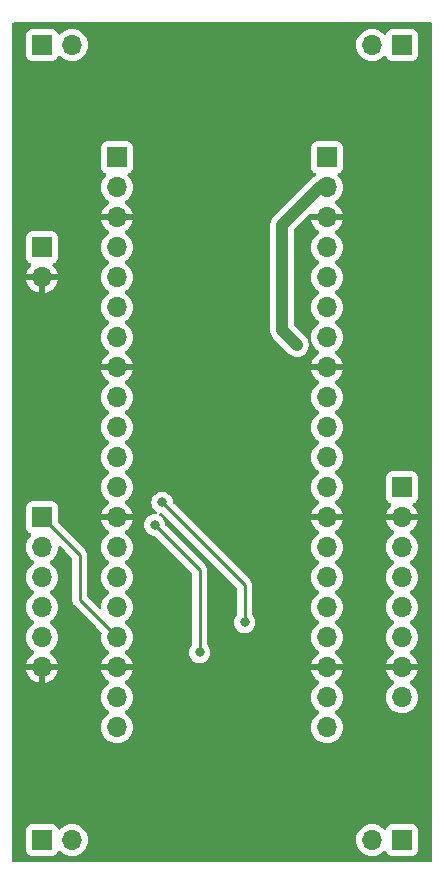
<source format=gbr>
%TF.GenerationSoftware,KiCad,Pcbnew,7.0.6-7.0.6~ubuntu22.04.1*%
%TF.CreationDate,2023-07-14T18:36:51-05:00*%
%TF.ProjectId,picodrone_controller,7069636f-6472-46f6-9e65-5f636f6e7472,rev?*%
%TF.SameCoordinates,Original*%
%TF.FileFunction,Copper,L2,Bot*%
%TF.FilePolarity,Positive*%
%FSLAX46Y46*%
G04 Gerber Fmt 4.6, Leading zero omitted, Abs format (unit mm)*
G04 Created by KiCad (PCBNEW 7.0.6-7.0.6~ubuntu22.04.1) date 2023-07-14 18:36:51*
%MOMM*%
%LPD*%
G01*
G04 APERTURE LIST*
%TA.AperFunction,ComponentPad*%
%ADD10R,1.700000X1.700000*%
%TD*%
%TA.AperFunction,ComponentPad*%
%ADD11O,1.700000X1.700000*%
%TD*%
%TA.AperFunction,ViaPad*%
%ADD12C,0.800000*%
%TD*%
%TA.AperFunction,Conductor*%
%ADD13C,1.000000*%
%TD*%
%TA.AperFunction,Conductor*%
%ADD14C,0.250000*%
%TD*%
G04 APERTURE END LIST*
D10*
%TO.P,J9,1,Pin_1*%
%TO.N,VCC*%
X135255000Y-70485000D03*
D11*
%TO.P,J9,2,Pin_2*%
%TO.N,GND*%
X135255000Y-73025000D03*
%TD*%
D10*
%TO.P,J5,1,Pin_1*%
%TO.N,VCC*%
X135255000Y-53340000D03*
D11*
%TO.P,J5,2,Pin_2*%
%TO.N,Net-(D1-A)*%
X137795000Y-53340000D03*
%TD*%
D10*
%TO.P,J6,1,Pin_1*%
%TO.N,VCC*%
X165735000Y-53340000D03*
D11*
%TO.P,J6,2,Pin_2*%
%TO.N,Net-(D2-A)*%
X163195000Y-53340000D03*
%TD*%
D10*
%TO.P,J4,1,Pin_1*%
%TO.N,/sd_cs*%
X135255000Y-93345000D03*
D11*
%TO.P,J4,2,Pin_2*%
%TO.N,/sd_sck*%
X135255000Y-95885000D03*
%TO.P,J4,3,Pin_3*%
%TO.N,/sd_mosi*%
X135255000Y-98425000D03*
%TO.P,J4,4,Pin_4*%
%TO.N,/sd_miso*%
X135255000Y-100965000D03*
%TO.P,J4,5,Pin_5*%
%TO.N,+3.3V*%
X135255000Y-103505000D03*
%TO.P,J4,6,Pin_6*%
%TO.N,GND*%
X135255000Y-106045000D03*
%TD*%
D10*
%TO.P,J1,1,Pin_1*%
%TO.N,unconnected-(J1-Pin_1-Pad1)*%
X141605000Y-62865000D03*
D11*
%TO.P,J1,2,Pin_2*%
%TO.N,unconnected-(J1-Pin_2-Pad2)*%
X141605000Y-65405000D03*
%TO.P,J1,3,Pin_3*%
%TO.N,GND*%
X141605000Y-67945000D03*
%TO.P,J1,4,Pin_4*%
%TO.N,unconnected-(J1-Pin_4-Pad4)*%
X141605000Y-70485000D03*
%TO.P,J1,5,Pin_5*%
%TO.N,unconnected-(J1-Pin_5-Pad5)*%
X141605000Y-73025000D03*
%TO.P,J1,6,Pin_6*%
%TO.N,unconnected-(J1-Pin_6-Pad6)*%
X141605000Y-75565000D03*
%TO.P,J1,7,Pin_7*%
%TO.N,unconnected-(J1-Pin_7-Pad7)*%
X141605000Y-78105000D03*
%TO.P,J1,8,Pin_8*%
%TO.N,GND*%
X141605000Y-80645000D03*
%TO.P,J1,9,Pin_9*%
%TO.N,/m1_pwm*%
X141605000Y-83185000D03*
%TO.P,J1,10,Pin_10*%
%TO.N,/m2_pwm*%
X141605000Y-85725000D03*
%TO.P,J1,11,Pin_11*%
%TO.N,/m3_pwm*%
X141605000Y-88265000D03*
%TO.P,J1,12,Pin_12*%
%TO.N,/m4_pwm*%
X141605000Y-90805000D03*
%TO.P,J1,13,Pin_13*%
%TO.N,GND*%
X141605000Y-93345000D03*
%TO.P,J1,14,Pin_14*%
%TO.N,/sd_sck*%
X141605000Y-95885000D03*
%TO.P,J1,15,Pin_15*%
%TO.N,/sd_mosi*%
X141605000Y-98425000D03*
%TO.P,J1,16,Pin_16*%
%TO.N,/sd_miso*%
X141605000Y-100965000D03*
%TO.P,J1,17,Pin_17*%
%TO.N,/sd_cs*%
X141605000Y-103505000D03*
%TO.P,J1,18,Pin_18*%
%TO.N,GND*%
X141605000Y-106045000D03*
%TO.P,J1,19,Pin_19*%
%TO.N,unconnected-(J1-Pin_19-Pad19)*%
X141605000Y-108585000D03*
%TO.P,J1,20,Pin_20*%
%TO.N,unconnected-(J1-Pin_20-Pad20)*%
X141605000Y-111125000D03*
%TD*%
D10*
%TO.P,J2,1,Pin_1*%
%TO.N,unconnected-(J2-Pin_1-Pad1)*%
X159385000Y-62865000D03*
D11*
%TO.P,J2,2,Pin_2*%
%TO.N,VCC*%
X159385000Y-65405000D03*
%TO.P,J2,3,Pin_3*%
%TO.N,GND*%
X159385000Y-67945000D03*
%TO.P,J2,4,Pin_4*%
%TO.N,unconnected-(J2-Pin_4-Pad4)*%
X159385000Y-70485000D03*
%TO.P,J2,5,Pin_5*%
%TO.N,+3.3V*%
X159385000Y-73025000D03*
%TO.P,J2,6,Pin_6*%
%TO.N,unconnected-(J2-Pin_6-Pad6)*%
X159385000Y-75565000D03*
%TO.P,J2,7,Pin_7*%
%TO.N,unconnected-(J2-Pin_7-Pad7)*%
X159385000Y-78105000D03*
%TO.P,J2,8,Pin_8*%
%TO.N,GND*%
X159385000Y-80645000D03*
%TO.P,J2,9,Pin_9*%
%TO.N,unconnected-(J2-Pin_9-Pad9)*%
X159385000Y-83185000D03*
%TO.P,J2,10,Pin_10*%
%TO.N,/v_measure*%
X159385000Y-85725000D03*
%TO.P,J2,11,Pin_11*%
%TO.N,unconnected-(J2-Pin_11-Pad11)*%
X159385000Y-88265000D03*
%TO.P,J2,12,Pin_12*%
%TO.N,unconnected-(J2-Pin_12-Pad12)*%
X159385000Y-90805000D03*
%TO.P,J2,13,Pin_13*%
%TO.N,GND*%
X159385000Y-93345000D03*
%TO.P,J2,14,Pin_14*%
%TO.N,/imu_scl*%
X159385000Y-95885000D03*
%TO.P,J2,15,Pin_15*%
%TO.N,/imu_sda*%
X159385000Y-98425000D03*
%TO.P,J2,16,Pin_16*%
%TO.N,unconnected-(J2-Pin_16-Pad16)*%
X159385000Y-100965000D03*
%TO.P,J2,17,Pin_17*%
%TO.N,unconnected-(J2-Pin_17-Pad17)*%
X159385000Y-103505000D03*
%TO.P,J2,18,Pin_18*%
%TO.N,GND*%
X159385000Y-106045000D03*
%TO.P,J2,19,Pin_19*%
%TO.N,unconnected-(J2-Pin_19-Pad19)*%
X159385000Y-108585000D03*
%TO.P,J2,20,Pin_20*%
%TO.N,unconnected-(J2-Pin_20-Pad20)*%
X159385000Y-111125000D03*
%TD*%
D10*
%TO.P,J3,1,Pin_1*%
%TO.N,+3.3V*%
X165735000Y-90805000D03*
D11*
%TO.P,J3,2,Pin_2*%
%TO.N,GND*%
X165735000Y-93345000D03*
%TO.P,J3,3,Pin_3*%
%TO.N,/imu_scl*%
X165735000Y-95885000D03*
%TO.P,J3,4,Pin_4*%
%TO.N,/imu_sda*%
X165735000Y-98425000D03*
%TO.P,J3,5,Pin_5*%
%TO.N,unconnected-(J3-Pin_5-Pad5)*%
X165735000Y-100965000D03*
%TO.P,J3,6,Pin_6*%
%TO.N,unconnected-(J3-Pin_6-Pad6)*%
X165735000Y-103505000D03*
%TO.P,J3,7,Pin_7*%
%TO.N,GND*%
X165735000Y-106045000D03*
%TO.P,J3,8,Pin_8*%
%TO.N,/imu_int*%
X165735000Y-108585000D03*
%TD*%
D10*
%TO.P,J7,1,Pin_1*%
%TO.N,VCC*%
X165735000Y-120650000D03*
D11*
%TO.P,J7,2,Pin_2*%
%TO.N,Net-(D3-A)*%
X163195000Y-120650000D03*
%TD*%
D10*
%TO.P,J8,1,Pin_1*%
%TO.N,VCC*%
X135255000Y-120650000D03*
D11*
%TO.P,J8,2,Pin_2*%
%TO.N,Net-(D4-A)*%
X137795000Y-120650000D03*
%TD*%
D12*
%TO.N,VCC*%
X156845000Y-78740000D03*
%TO.N,GND*%
X154305000Y-67310000D03*
X155575000Y-106680000D03*
X148590000Y-57150000D03*
X145415000Y-106680000D03*
X145415000Y-67310000D03*
X153670000Y-61595000D03*
X152400000Y-85725000D03*
X147320000Y-113030000D03*
X151765000Y-116840000D03*
%TO.N,/m3_pwm*%
X152400000Y-102235000D03*
X145415000Y-92075000D03*
%TO.N,/m4_pwm*%
X144780000Y-93980000D03*
X148590000Y-104775000D03*
%TD*%
D13*
%TO.N,VCC*%
X156845000Y-78740000D02*
X155575000Y-77470000D01*
X155575000Y-77470000D02*
X155575000Y-68580000D01*
X155575000Y-68580000D02*
X158750000Y-65405000D01*
X158750000Y-65405000D02*
X159385000Y-65405000D01*
D14*
%TO.N,/sd_cs*%
X138430000Y-100330000D02*
X138430000Y-96520000D01*
X138430000Y-96520000D02*
X135255000Y-93345000D01*
X141605000Y-103505000D02*
X138430000Y-100330000D01*
%TO.N,/m3_pwm*%
X152400000Y-102235000D02*
X152400000Y-99060000D01*
X152400000Y-99060000D02*
X145415000Y-92075000D01*
%TO.N,/m4_pwm*%
X148590000Y-97790000D02*
X148590000Y-104775000D01*
X144780000Y-93980000D02*
X148590000Y-97790000D01*
%TD*%
%TA.AperFunction,Conductor*%
%TO.N,GND*%
G36*
X168217539Y-51455185D02*
G01*
X168263294Y-51507989D01*
X168274500Y-51559500D01*
X168274500Y-122430500D01*
X168254815Y-122497539D01*
X168202011Y-122543294D01*
X168150500Y-122554500D01*
X132839500Y-122554500D01*
X132772461Y-122534815D01*
X132726706Y-122482011D01*
X132715500Y-122430500D01*
X132715500Y-121547870D01*
X133904500Y-121547870D01*
X133904501Y-121547876D01*
X133910908Y-121607483D01*
X133961202Y-121742328D01*
X133961206Y-121742335D01*
X134047452Y-121857544D01*
X134047455Y-121857547D01*
X134162664Y-121943793D01*
X134162671Y-121943797D01*
X134297517Y-121994091D01*
X134297516Y-121994091D01*
X134304444Y-121994835D01*
X134357127Y-122000500D01*
X136152872Y-122000499D01*
X136212483Y-121994091D01*
X136347331Y-121943796D01*
X136462546Y-121857546D01*
X136548796Y-121742331D01*
X136597810Y-121610916D01*
X136639681Y-121554984D01*
X136705145Y-121530566D01*
X136773418Y-121545417D01*
X136801673Y-121566569D01*
X136923599Y-121688495D01*
X137020384Y-121756264D01*
X137117165Y-121824032D01*
X137117167Y-121824033D01*
X137117170Y-121824035D01*
X137331337Y-121923903D01*
X137559592Y-121985063D01*
X137736034Y-122000500D01*
X137794999Y-122005659D01*
X137795000Y-122005659D01*
X137795001Y-122005659D01*
X137853966Y-122000500D01*
X138030408Y-121985063D01*
X138258663Y-121923903D01*
X138472830Y-121824035D01*
X138666401Y-121688495D01*
X138833495Y-121521401D01*
X138969035Y-121327830D01*
X139068903Y-121113663D01*
X139130063Y-120885408D01*
X139150659Y-120650000D01*
X161839341Y-120650000D01*
X161859936Y-120885403D01*
X161859938Y-120885413D01*
X161921094Y-121113655D01*
X161921096Y-121113659D01*
X161921097Y-121113663D01*
X162005499Y-121294663D01*
X162020965Y-121327830D01*
X162020967Y-121327834D01*
X162129281Y-121482521D01*
X162156505Y-121521401D01*
X162323599Y-121688495D01*
X162420384Y-121756264D01*
X162517165Y-121824032D01*
X162517167Y-121824033D01*
X162517170Y-121824035D01*
X162731337Y-121923903D01*
X162959592Y-121985063D01*
X163136034Y-122000500D01*
X163194999Y-122005659D01*
X163195000Y-122005659D01*
X163195001Y-122005659D01*
X163253966Y-122000500D01*
X163430408Y-121985063D01*
X163658663Y-121923903D01*
X163872830Y-121824035D01*
X164066401Y-121688495D01*
X164188329Y-121566566D01*
X164249648Y-121533084D01*
X164319340Y-121538068D01*
X164375274Y-121579939D01*
X164392189Y-121610917D01*
X164441202Y-121742328D01*
X164441206Y-121742335D01*
X164527452Y-121857544D01*
X164527455Y-121857547D01*
X164642664Y-121943793D01*
X164642671Y-121943797D01*
X164777517Y-121994091D01*
X164777516Y-121994091D01*
X164784444Y-121994835D01*
X164837127Y-122000500D01*
X166632872Y-122000499D01*
X166692483Y-121994091D01*
X166827331Y-121943796D01*
X166942546Y-121857546D01*
X167028796Y-121742331D01*
X167079091Y-121607483D01*
X167085500Y-121547873D01*
X167085499Y-119752128D01*
X167079091Y-119692517D01*
X167077810Y-119689083D01*
X167028797Y-119557671D01*
X167028793Y-119557664D01*
X166942547Y-119442455D01*
X166942544Y-119442452D01*
X166827335Y-119356206D01*
X166827328Y-119356202D01*
X166692482Y-119305908D01*
X166692483Y-119305908D01*
X166632883Y-119299501D01*
X166632881Y-119299500D01*
X166632873Y-119299500D01*
X166632864Y-119299500D01*
X164837129Y-119299500D01*
X164837123Y-119299501D01*
X164777516Y-119305908D01*
X164642671Y-119356202D01*
X164642664Y-119356206D01*
X164527455Y-119442452D01*
X164527452Y-119442455D01*
X164441206Y-119557664D01*
X164441203Y-119557669D01*
X164392189Y-119689083D01*
X164350317Y-119745016D01*
X164284853Y-119769433D01*
X164216580Y-119754581D01*
X164188326Y-119733430D01*
X164066402Y-119611506D01*
X164066395Y-119611501D01*
X163872834Y-119475967D01*
X163872830Y-119475965D01*
X163872830Y-119475964D01*
X163658663Y-119376097D01*
X163658659Y-119376096D01*
X163658655Y-119376094D01*
X163430413Y-119314938D01*
X163430403Y-119314936D01*
X163195001Y-119294341D01*
X163194999Y-119294341D01*
X162959596Y-119314936D01*
X162959586Y-119314938D01*
X162731344Y-119376094D01*
X162731335Y-119376098D01*
X162517171Y-119475964D01*
X162517169Y-119475965D01*
X162323597Y-119611505D01*
X162156505Y-119778597D01*
X162020965Y-119972169D01*
X162020964Y-119972171D01*
X161921098Y-120186335D01*
X161921094Y-120186344D01*
X161859938Y-120414586D01*
X161859936Y-120414596D01*
X161839341Y-120649999D01*
X161839341Y-120650000D01*
X139150659Y-120650000D01*
X139130063Y-120414592D01*
X139068903Y-120186337D01*
X138969035Y-119972171D01*
X138833495Y-119778599D01*
X138833494Y-119778597D01*
X138666402Y-119611506D01*
X138666395Y-119611501D01*
X138472834Y-119475967D01*
X138472830Y-119475965D01*
X138472828Y-119475964D01*
X138258663Y-119376097D01*
X138258659Y-119376096D01*
X138258655Y-119376094D01*
X138030413Y-119314938D01*
X138030403Y-119314936D01*
X137795001Y-119294341D01*
X137794999Y-119294341D01*
X137559596Y-119314936D01*
X137559586Y-119314938D01*
X137331344Y-119376094D01*
X137331335Y-119376098D01*
X137117171Y-119475964D01*
X137117169Y-119475965D01*
X136923600Y-119611503D01*
X136801673Y-119733430D01*
X136740350Y-119766914D01*
X136670658Y-119761930D01*
X136614725Y-119720058D01*
X136597810Y-119689081D01*
X136548797Y-119557671D01*
X136548793Y-119557664D01*
X136462547Y-119442455D01*
X136462544Y-119442452D01*
X136347335Y-119356206D01*
X136347328Y-119356202D01*
X136212482Y-119305908D01*
X136212483Y-119305908D01*
X136152883Y-119299501D01*
X136152881Y-119299500D01*
X136152873Y-119299500D01*
X136152864Y-119299500D01*
X134357129Y-119299500D01*
X134357123Y-119299501D01*
X134297516Y-119305908D01*
X134162671Y-119356202D01*
X134162664Y-119356206D01*
X134047455Y-119442452D01*
X134047452Y-119442455D01*
X133961206Y-119557664D01*
X133961202Y-119557671D01*
X133910908Y-119692517D01*
X133904501Y-119752116D01*
X133904501Y-119752123D01*
X133904500Y-119752135D01*
X133904500Y-121547870D01*
X132715500Y-121547870D01*
X132715500Y-103505000D01*
X133899341Y-103505000D01*
X133919936Y-103740403D01*
X133919938Y-103740413D01*
X133981094Y-103968655D01*
X133981096Y-103968659D01*
X133981097Y-103968663D01*
X134031295Y-104076312D01*
X134080965Y-104182830D01*
X134080967Y-104182834D01*
X134216501Y-104376395D01*
X134216506Y-104376402D01*
X134383597Y-104543493D01*
X134383603Y-104543498D01*
X134569594Y-104673730D01*
X134613219Y-104728307D01*
X134620413Y-104797805D01*
X134588890Y-104860160D01*
X134569595Y-104876880D01*
X134383922Y-105006890D01*
X134383920Y-105006891D01*
X134216891Y-105173920D01*
X134216886Y-105173926D01*
X134081400Y-105367420D01*
X134081399Y-105367422D01*
X133981570Y-105581507D01*
X133981567Y-105581513D01*
X133924364Y-105794999D01*
X133924364Y-105795000D01*
X134821314Y-105795000D01*
X134795507Y-105835156D01*
X134755000Y-105973111D01*
X134755000Y-106116889D01*
X134795507Y-106254844D01*
X134821314Y-106295000D01*
X133924364Y-106295000D01*
X133981567Y-106508486D01*
X133981570Y-106508492D01*
X134081399Y-106722578D01*
X134216894Y-106916082D01*
X134383917Y-107083105D01*
X134577421Y-107218600D01*
X134791507Y-107318429D01*
X134791516Y-107318433D01*
X135005000Y-107375634D01*
X135005000Y-106480501D01*
X135112685Y-106529680D01*
X135219237Y-106545000D01*
X135290763Y-106545000D01*
X135397315Y-106529680D01*
X135505000Y-106480501D01*
X135505000Y-107375633D01*
X135718483Y-107318433D01*
X135718492Y-107318429D01*
X135932578Y-107218600D01*
X136126082Y-107083105D01*
X136293105Y-106916082D01*
X136428600Y-106722578D01*
X136528429Y-106508492D01*
X136528432Y-106508486D01*
X136585636Y-106295000D01*
X135688686Y-106295000D01*
X135714493Y-106254844D01*
X135755000Y-106116889D01*
X135755000Y-105973111D01*
X135714493Y-105835156D01*
X135688686Y-105795000D01*
X136585636Y-105795000D01*
X136585635Y-105794999D01*
X136528432Y-105581513D01*
X136528429Y-105581507D01*
X136428600Y-105367422D01*
X136428599Y-105367420D01*
X136293113Y-105173926D01*
X136293108Y-105173920D01*
X136126078Y-105006890D01*
X135940405Y-104876879D01*
X135896780Y-104822302D01*
X135889588Y-104752804D01*
X135921110Y-104690449D01*
X135940406Y-104673730D01*
X136064635Y-104586744D01*
X136126401Y-104543495D01*
X136293495Y-104376401D01*
X136429035Y-104182830D01*
X136528903Y-103968663D01*
X136590063Y-103740408D01*
X136610659Y-103505000D01*
X136590063Y-103269592D01*
X136528903Y-103041337D01*
X136429035Y-102827171D01*
X136387055Y-102767216D01*
X136293494Y-102633597D01*
X136126402Y-102466506D01*
X136126396Y-102466501D01*
X135940842Y-102336575D01*
X135897217Y-102281998D01*
X135890023Y-102212500D01*
X135921546Y-102150145D01*
X135940842Y-102133425D01*
X136064635Y-102046744D01*
X136126401Y-102003495D01*
X136293495Y-101836401D01*
X136429035Y-101642830D01*
X136528903Y-101428663D01*
X136590063Y-101200408D01*
X136610659Y-100965000D01*
X136590063Y-100729592D01*
X136528903Y-100501337D01*
X136429035Y-100287171D01*
X136417478Y-100270665D01*
X136293494Y-100093597D01*
X136126402Y-99926506D01*
X136126396Y-99926501D01*
X135940842Y-99796575D01*
X135897217Y-99741998D01*
X135890023Y-99672500D01*
X135921546Y-99610145D01*
X135940842Y-99593425D01*
X135963026Y-99577891D01*
X136126401Y-99463495D01*
X136293495Y-99296401D01*
X136429035Y-99102830D01*
X136528903Y-98888663D01*
X136590063Y-98660408D01*
X136610659Y-98425000D01*
X136590063Y-98189592D01*
X136528903Y-97961337D01*
X136429035Y-97747171D01*
X136426662Y-97743781D01*
X136293494Y-97553597D01*
X136126402Y-97386506D01*
X136126396Y-97386501D01*
X135940842Y-97256575D01*
X135897217Y-97201998D01*
X135890023Y-97132500D01*
X135921546Y-97070145D01*
X135940842Y-97053425D01*
X135963026Y-97037891D01*
X136126401Y-96923495D01*
X136293495Y-96756401D01*
X136429035Y-96562830D01*
X136528903Y-96348663D01*
X136590063Y-96120408D01*
X136610659Y-95885000D01*
X136610659Y-95884999D01*
X136610659Y-95884611D01*
X136610707Y-95884445D01*
X136611131Y-95879606D01*
X136612103Y-95879691D01*
X136630344Y-95817572D01*
X136683148Y-95771817D01*
X136752306Y-95761873D01*
X136815862Y-95790898D01*
X136822328Y-95796919D01*
X137199096Y-96173686D01*
X137768181Y-96742771D01*
X137801666Y-96804094D01*
X137804500Y-96830452D01*
X137804500Y-100247255D01*
X137802775Y-100262872D01*
X137803061Y-100262899D01*
X137802326Y-100270665D01*
X137804500Y-100339814D01*
X137804500Y-100369343D01*
X137804501Y-100369360D01*
X137805368Y-100376231D01*
X137805826Y-100382050D01*
X137807290Y-100428624D01*
X137807291Y-100428627D01*
X137812880Y-100447867D01*
X137816824Y-100466911D01*
X137819336Y-100486792D01*
X137836490Y-100530119D01*
X137838382Y-100535647D01*
X137851381Y-100580388D01*
X137861580Y-100597634D01*
X137870138Y-100615103D01*
X137877514Y-100633732D01*
X137904898Y-100671423D01*
X137908106Y-100676307D01*
X137931827Y-100716416D01*
X137931833Y-100716424D01*
X137945990Y-100730580D01*
X137958628Y-100745376D01*
X137970405Y-100761586D01*
X137970406Y-100761587D01*
X138006309Y-100791288D01*
X138010620Y-100795210D01*
X139818686Y-102603277D01*
X140264761Y-103049352D01*
X140298246Y-103110675D01*
X140296855Y-103169124D01*
X140269937Y-103269589D01*
X140269937Y-103269590D01*
X140249341Y-103504999D01*
X140249341Y-103505000D01*
X140269936Y-103740403D01*
X140269938Y-103740413D01*
X140331094Y-103968655D01*
X140331096Y-103968659D01*
X140331097Y-103968663D01*
X140381295Y-104076312D01*
X140430965Y-104182830D01*
X140430967Y-104182834D01*
X140566501Y-104376395D01*
X140566506Y-104376402D01*
X140733597Y-104543493D01*
X140733603Y-104543498D01*
X140919594Y-104673730D01*
X140963219Y-104728307D01*
X140970413Y-104797805D01*
X140938890Y-104860160D01*
X140919595Y-104876880D01*
X140733922Y-105006890D01*
X140733920Y-105006891D01*
X140566891Y-105173920D01*
X140566886Y-105173926D01*
X140431400Y-105367420D01*
X140431399Y-105367422D01*
X140331570Y-105581507D01*
X140331567Y-105581513D01*
X140274364Y-105794999D01*
X140274364Y-105795000D01*
X141171314Y-105795000D01*
X141145507Y-105835156D01*
X141105000Y-105973111D01*
X141105000Y-106116889D01*
X141145507Y-106254844D01*
X141171314Y-106295000D01*
X140274364Y-106295000D01*
X140331567Y-106508486D01*
X140331570Y-106508492D01*
X140431399Y-106722578D01*
X140566894Y-106916082D01*
X140733917Y-107083105D01*
X140919595Y-107213119D01*
X140963219Y-107267696D01*
X140970412Y-107337195D01*
X140938890Y-107399549D01*
X140919595Y-107416269D01*
X140733594Y-107546508D01*
X140566505Y-107713597D01*
X140430965Y-107907169D01*
X140430964Y-107907171D01*
X140331098Y-108121335D01*
X140331094Y-108121344D01*
X140269938Y-108349586D01*
X140269936Y-108349596D01*
X140249341Y-108584999D01*
X140249341Y-108585000D01*
X140269936Y-108820403D01*
X140269938Y-108820413D01*
X140331094Y-109048655D01*
X140331096Y-109048659D01*
X140331097Y-109048663D01*
X140430965Y-109262829D01*
X140430965Y-109262830D01*
X140430967Y-109262834D01*
X140566501Y-109456395D01*
X140566506Y-109456402D01*
X140733597Y-109623493D01*
X140733603Y-109623498D01*
X140919158Y-109753425D01*
X140962783Y-109808002D01*
X140969977Y-109877500D01*
X140938454Y-109939855D01*
X140919158Y-109956575D01*
X140733597Y-110086505D01*
X140566505Y-110253597D01*
X140430965Y-110447169D01*
X140430964Y-110447171D01*
X140331098Y-110661335D01*
X140331094Y-110661344D01*
X140269938Y-110889586D01*
X140269936Y-110889596D01*
X140249341Y-111124999D01*
X140249341Y-111125000D01*
X140269936Y-111360403D01*
X140269938Y-111360413D01*
X140331094Y-111588655D01*
X140331096Y-111588659D01*
X140331097Y-111588663D01*
X140430964Y-111802830D01*
X140430965Y-111802830D01*
X140430967Y-111802834D01*
X140539281Y-111957521D01*
X140566505Y-111996401D01*
X140733599Y-112163495D01*
X140830384Y-112231264D01*
X140927165Y-112299032D01*
X140927167Y-112299033D01*
X140927170Y-112299035D01*
X141141337Y-112398903D01*
X141369592Y-112460063D01*
X141557918Y-112476539D01*
X141604999Y-112480659D01*
X141605000Y-112480659D01*
X141605001Y-112480659D01*
X141644234Y-112477226D01*
X141840408Y-112460063D01*
X142068663Y-112398903D01*
X142282830Y-112299035D01*
X142476401Y-112163495D01*
X142643495Y-111996401D01*
X142779035Y-111802830D01*
X142878903Y-111588663D01*
X142940063Y-111360408D01*
X142960659Y-111125000D01*
X142940063Y-110889592D01*
X142878903Y-110661337D01*
X142779035Y-110447171D01*
X142643495Y-110253599D01*
X142643494Y-110253597D01*
X142476402Y-110086506D01*
X142476396Y-110086501D01*
X142290842Y-109956575D01*
X142247217Y-109901998D01*
X142240023Y-109832500D01*
X142271546Y-109770145D01*
X142290842Y-109753425D01*
X142313026Y-109737891D01*
X142476401Y-109623495D01*
X142643495Y-109456401D01*
X142779035Y-109262830D01*
X142878903Y-109048663D01*
X142940063Y-108820408D01*
X142960659Y-108585000D01*
X142940063Y-108349592D01*
X142878903Y-108121337D01*
X142779035Y-107907171D01*
X142643495Y-107713599D01*
X142643494Y-107713597D01*
X142476402Y-107546506D01*
X142476401Y-107546505D01*
X142290405Y-107416269D01*
X142246781Y-107361692D01*
X142239588Y-107292193D01*
X142271110Y-107229839D01*
X142290405Y-107213119D01*
X142476082Y-107083105D01*
X142643105Y-106916082D01*
X142778600Y-106722578D01*
X142878429Y-106508492D01*
X142878432Y-106508486D01*
X142935636Y-106295000D01*
X142038686Y-106295000D01*
X142064493Y-106254844D01*
X142105000Y-106116889D01*
X142105000Y-105973111D01*
X142064493Y-105835156D01*
X142038686Y-105795000D01*
X142935636Y-105795000D01*
X142935635Y-105794999D01*
X142878432Y-105581513D01*
X142878429Y-105581507D01*
X142778600Y-105367422D01*
X142778599Y-105367420D01*
X142643113Y-105173926D01*
X142643108Y-105173920D01*
X142476078Y-105006890D01*
X142290405Y-104876879D01*
X142246780Y-104822302D01*
X142239588Y-104752804D01*
X142271110Y-104690449D01*
X142290406Y-104673730D01*
X142414635Y-104586744D01*
X142476401Y-104543495D01*
X142643495Y-104376401D01*
X142779035Y-104182830D01*
X142878903Y-103968663D01*
X142940063Y-103740408D01*
X142960659Y-103505000D01*
X142940063Y-103269592D01*
X142878903Y-103041337D01*
X142779035Y-102827171D01*
X142737055Y-102767216D01*
X142643494Y-102633597D01*
X142476402Y-102466506D01*
X142476396Y-102466501D01*
X142290842Y-102336575D01*
X142247217Y-102281998D01*
X142240023Y-102212500D01*
X142271546Y-102150145D01*
X142290842Y-102133425D01*
X142414635Y-102046744D01*
X142476401Y-102003495D01*
X142643495Y-101836401D01*
X142779035Y-101642830D01*
X142878903Y-101428663D01*
X142940063Y-101200408D01*
X142960659Y-100965000D01*
X142940063Y-100729592D01*
X142878903Y-100501337D01*
X142779035Y-100287171D01*
X142767478Y-100270665D01*
X142643494Y-100093597D01*
X142476402Y-99926506D01*
X142476396Y-99926501D01*
X142290842Y-99796575D01*
X142247217Y-99741998D01*
X142240023Y-99672500D01*
X142271546Y-99610145D01*
X142290842Y-99593425D01*
X142313026Y-99577891D01*
X142476401Y-99463495D01*
X142643495Y-99296401D01*
X142779035Y-99102830D01*
X142878903Y-98888663D01*
X142940063Y-98660408D01*
X142960659Y-98425000D01*
X142940063Y-98189592D01*
X142878903Y-97961337D01*
X142779035Y-97747171D01*
X142776662Y-97743781D01*
X142643494Y-97553597D01*
X142476402Y-97386506D01*
X142476396Y-97386501D01*
X142290842Y-97256575D01*
X142247217Y-97201998D01*
X142240023Y-97132500D01*
X142271546Y-97070145D01*
X142290842Y-97053425D01*
X142313026Y-97037891D01*
X142476401Y-96923495D01*
X142643495Y-96756401D01*
X142779035Y-96562830D01*
X142878903Y-96348663D01*
X142940063Y-96120408D01*
X142960659Y-95885000D01*
X142960610Y-95884445D01*
X142952426Y-95790898D01*
X142940063Y-95649592D01*
X142878903Y-95421337D01*
X142779035Y-95207171D01*
X142643495Y-95013599D01*
X142643494Y-95013597D01*
X142476402Y-94846506D01*
X142476401Y-94846505D01*
X142290405Y-94716269D01*
X142246781Y-94661692D01*
X142239588Y-94592193D01*
X142271110Y-94529839D01*
X142290405Y-94513119D01*
X142476082Y-94383105D01*
X142643105Y-94216082D01*
X142778600Y-94022578D01*
X142798454Y-93980000D01*
X143874540Y-93980000D01*
X143894326Y-94168256D01*
X143894327Y-94168259D01*
X143952818Y-94348277D01*
X143952821Y-94348284D01*
X144047467Y-94512216D01*
X144161441Y-94638797D01*
X144174129Y-94652888D01*
X144327265Y-94764148D01*
X144327270Y-94764151D01*
X144500192Y-94841142D01*
X144500197Y-94841144D01*
X144685354Y-94880500D01*
X144744548Y-94880500D01*
X144811587Y-94900185D01*
X144832229Y-94916819D01*
X147928181Y-98012771D01*
X147961666Y-98074094D01*
X147964500Y-98100452D01*
X147964500Y-104076312D01*
X147944815Y-104143351D01*
X147932650Y-104159284D01*
X147857466Y-104242784D01*
X147762821Y-104406715D01*
X147762818Y-104406722D01*
X147704327Y-104586740D01*
X147704326Y-104586744D01*
X147684540Y-104775000D01*
X147704326Y-104963256D01*
X147704327Y-104963259D01*
X147762818Y-105143277D01*
X147762821Y-105143284D01*
X147857467Y-105307216D01*
X147911677Y-105367422D01*
X147984129Y-105447888D01*
X148137265Y-105559148D01*
X148137270Y-105559151D01*
X148310192Y-105636142D01*
X148310197Y-105636144D01*
X148495354Y-105675500D01*
X148495355Y-105675500D01*
X148684644Y-105675500D01*
X148684646Y-105675500D01*
X148869803Y-105636144D01*
X149042730Y-105559151D01*
X149195871Y-105447888D01*
X149322533Y-105307216D01*
X149417179Y-105143284D01*
X149475674Y-104963256D01*
X149495460Y-104775000D01*
X149475674Y-104586744D01*
X149417179Y-104406716D01*
X149322533Y-104242784D01*
X149268554Y-104182834D01*
X149247350Y-104159284D01*
X149217120Y-104096292D01*
X149215500Y-104076312D01*
X149215500Y-97872742D01*
X149217224Y-97857122D01*
X149216939Y-97857095D01*
X149217673Y-97849333D01*
X149215500Y-97780172D01*
X149215500Y-97750656D01*
X149215500Y-97750650D01*
X149214631Y-97743779D01*
X149214173Y-97737952D01*
X149212710Y-97691373D01*
X149207119Y-97672130D01*
X149203173Y-97653078D01*
X149200664Y-97633208D01*
X149183504Y-97589867D01*
X149181624Y-97584379D01*
X149168618Y-97539610D01*
X149158422Y-97522370D01*
X149149861Y-97504894D01*
X149142487Y-97486270D01*
X149142486Y-97486268D01*
X149115079Y-97448545D01*
X149111888Y-97443686D01*
X149088172Y-97403583D01*
X149088165Y-97403574D01*
X149074006Y-97389415D01*
X149061368Y-97374619D01*
X149049594Y-97358413D01*
X149013688Y-97328709D01*
X149009376Y-97324786D01*
X145718960Y-94034369D01*
X145685475Y-93973046D01*
X145683323Y-93959668D01*
X145665674Y-93791744D01*
X145607179Y-93611716D01*
X145512533Y-93447784D01*
X145385871Y-93307112D01*
X145385870Y-93307111D01*
X145237723Y-93199476D01*
X145195057Y-93144146D01*
X145189078Y-93074533D01*
X145221684Y-93012738D01*
X145282522Y-92978381D01*
X145313855Y-92976442D01*
X145313855Y-92975500D01*
X145320354Y-92975500D01*
X145379548Y-92975500D01*
X145446587Y-92995185D01*
X145467229Y-93011819D01*
X151738181Y-99282771D01*
X151771666Y-99344094D01*
X151774500Y-99370452D01*
X151774500Y-101536312D01*
X151754815Y-101603351D01*
X151742650Y-101619284D01*
X151667466Y-101702784D01*
X151572821Y-101866715D01*
X151572818Y-101866722D01*
X151514327Y-102046740D01*
X151514326Y-102046744D01*
X151494540Y-102235000D01*
X151514326Y-102423256D01*
X151514327Y-102423259D01*
X151572818Y-102603277D01*
X151572821Y-102603284D01*
X151667467Y-102767216D01*
X151721451Y-102827171D01*
X151794129Y-102907888D01*
X151947265Y-103019148D01*
X151947270Y-103019151D01*
X152120192Y-103096142D01*
X152120197Y-103096144D01*
X152305354Y-103135500D01*
X152305355Y-103135500D01*
X152494644Y-103135500D01*
X152494646Y-103135500D01*
X152679803Y-103096144D01*
X152852730Y-103019151D01*
X153005871Y-102907888D01*
X153132533Y-102767216D01*
X153227179Y-102603284D01*
X153285674Y-102423256D01*
X153305460Y-102235000D01*
X153285674Y-102046744D01*
X153227179Y-101866716D01*
X153132533Y-101702784D01*
X153078554Y-101642834D01*
X153057350Y-101619284D01*
X153027120Y-101556292D01*
X153025500Y-101536312D01*
X153025500Y-99142742D01*
X153027224Y-99127122D01*
X153026939Y-99127095D01*
X153027673Y-99119333D01*
X153025500Y-99050172D01*
X153025500Y-99020656D01*
X153025500Y-99020650D01*
X153024631Y-99013779D01*
X153024173Y-99007952D01*
X153022710Y-98961373D01*
X153017119Y-98942130D01*
X153013173Y-98923078D01*
X153010664Y-98903208D01*
X152993504Y-98859867D01*
X152991624Y-98854379D01*
X152978618Y-98809610D01*
X152968422Y-98792370D01*
X152959861Y-98774894D01*
X152952487Y-98756270D01*
X152952486Y-98756268D01*
X152925079Y-98718545D01*
X152921888Y-98713686D01*
X152898172Y-98673583D01*
X152898165Y-98673574D01*
X152884006Y-98659415D01*
X152871368Y-98644619D01*
X152859594Y-98628413D01*
X152823688Y-98598709D01*
X152819376Y-98594786D01*
X146353960Y-92129369D01*
X146320475Y-92068046D01*
X146318323Y-92054668D01*
X146300674Y-91886744D01*
X146242179Y-91706716D01*
X146147533Y-91542784D01*
X146020871Y-91402112D01*
X146020870Y-91402111D01*
X145867734Y-91290851D01*
X145867729Y-91290848D01*
X145694807Y-91213857D01*
X145694802Y-91213855D01*
X145549001Y-91182865D01*
X145509646Y-91174500D01*
X145320354Y-91174500D01*
X145287897Y-91181398D01*
X145135197Y-91213855D01*
X145135192Y-91213857D01*
X144962270Y-91290848D01*
X144962265Y-91290851D01*
X144809129Y-91402111D01*
X144682466Y-91542785D01*
X144587821Y-91706715D01*
X144587818Y-91706722D01*
X144529327Y-91886740D01*
X144529326Y-91886744D01*
X144509540Y-92075000D01*
X144529326Y-92263256D01*
X144529327Y-92263259D01*
X144587818Y-92443277D01*
X144587821Y-92443284D01*
X144682467Y-92607216D01*
X144736677Y-92667422D01*
X144809129Y-92747888D01*
X144957276Y-92855523D01*
X144999942Y-92910853D01*
X145005921Y-92980466D01*
X144973315Y-93042261D01*
X144912477Y-93076618D01*
X144881145Y-93078560D01*
X144881145Y-93079500D01*
X144874646Y-93079500D01*
X144685354Y-93079500D01*
X144652897Y-93086398D01*
X144500197Y-93118855D01*
X144500192Y-93118857D01*
X144327270Y-93195848D01*
X144327265Y-93195851D01*
X144174129Y-93307111D01*
X144047466Y-93447785D01*
X143952821Y-93611715D01*
X143952818Y-93611722D01*
X143896223Y-93785905D01*
X143894326Y-93791744D01*
X143874540Y-93980000D01*
X142798454Y-93980000D01*
X142878429Y-93808492D01*
X142878432Y-93808486D01*
X142935636Y-93595000D01*
X142038686Y-93595000D01*
X142064493Y-93554844D01*
X142105000Y-93416889D01*
X142105000Y-93273111D01*
X142064493Y-93135156D01*
X142038686Y-93095000D01*
X142935636Y-93095000D01*
X142935635Y-93094999D01*
X142878432Y-92881513D01*
X142878429Y-92881507D01*
X142778600Y-92667422D01*
X142778599Y-92667420D01*
X142643113Y-92473926D01*
X142643108Y-92473920D01*
X142476078Y-92306890D01*
X142290405Y-92176879D01*
X142246780Y-92122302D01*
X142239588Y-92052804D01*
X142271110Y-91990449D01*
X142290406Y-91973730D01*
X142476401Y-91843495D01*
X142643495Y-91676401D01*
X142779035Y-91482830D01*
X142878903Y-91268663D01*
X142940063Y-91040408D01*
X142960659Y-90805000D01*
X142940063Y-90569592D01*
X142878903Y-90341337D01*
X142779035Y-90127171D01*
X142643495Y-89933599D01*
X142643494Y-89933597D01*
X142476402Y-89766506D01*
X142476396Y-89766501D01*
X142290842Y-89636575D01*
X142247217Y-89581998D01*
X142240023Y-89512500D01*
X142271546Y-89450145D01*
X142290842Y-89433425D01*
X142313026Y-89417891D01*
X142476401Y-89303495D01*
X142643495Y-89136401D01*
X142779035Y-88942830D01*
X142878903Y-88728663D01*
X142940063Y-88500408D01*
X142960659Y-88265000D01*
X142940063Y-88029592D01*
X142878903Y-87801337D01*
X142779035Y-87587171D01*
X142643495Y-87393599D01*
X142643494Y-87393597D01*
X142476402Y-87226506D01*
X142476396Y-87226501D01*
X142290842Y-87096575D01*
X142247217Y-87041998D01*
X142240023Y-86972500D01*
X142271546Y-86910145D01*
X142290842Y-86893425D01*
X142313026Y-86877891D01*
X142476401Y-86763495D01*
X142643495Y-86596401D01*
X142779035Y-86402830D01*
X142878903Y-86188663D01*
X142940063Y-85960408D01*
X142960659Y-85725000D01*
X142940063Y-85489592D01*
X142878903Y-85261337D01*
X142779035Y-85047171D01*
X142643495Y-84853599D01*
X142643494Y-84853597D01*
X142476402Y-84686506D01*
X142476396Y-84686501D01*
X142290842Y-84556575D01*
X142247217Y-84501998D01*
X142240023Y-84432500D01*
X142271546Y-84370145D01*
X142290842Y-84353425D01*
X142313026Y-84337891D01*
X142476401Y-84223495D01*
X142643495Y-84056401D01*
X142779035Y-83862830D01*
X142878903Y-83648663D01*
X142940063Y-83420408D01*
X142960659Y-83185000D01*
X142940063Y-82949592D01*
X142878903Y-82721337D01*
X142779035Y-82507171D01*
X142643495Y-82313599D01*
X142643494Y-82313597D01*
X142476402Y-82146506D01*
X142476401Y-82146505D01*
X142290405Y-82016269D01*
X142246781Y-81961692D01*
X142239588Y-81892193D01*
X142271110Y-81829839D01*
X142290405Y-81813119D01*
X142476082Y-81683105D01*
X142643105Y-81516082D01*
X142778600Y-81322578D01*
X142878429Y-81108492D01*
X142878432Y-81108486D01*
X142935636Y-80895000D01*
X142038686Y-80895000D01*
X142064493Y-80854844D01*
X142105000Y-80716889D01*
X142105000Y-80573111D01*
X142064493Y-80435156D01*
X142038686Y-80395000D01*
X142935636Y-80395000D01*
X142935635Y-80394999D01*
X142878432Y-80181513D01*
X142878429Y-80181507D01*
X142778600Y-79967422D01*
X142778599Y-79967420D01*
X142643113Y-79773926D01*
X142643108Y-79773920D01*
X142476078Y-79606890D01*
X142290405Y-79476879D01*
X142246780Y-79422302D01*
X142239588Y-79352804D01*
X142271110Y-79290449D01*
X142290406Y-79273730D01*
X142324052Y-79250171D01*
X142476401Y-79143495D01*
X142643495Y-78976401D01*
X142779035Y-78782830D01*
X142878903Y-78568663D01*
X142940063Y-78340408D01*
X142960659Y-78105000D01*
X142940063Y-77869592D01*
X142878903Y-77641337D01*
X142779035Y-77427171D01*
X142643495Y-77233599D01*
X142643494Y-77233597D01*
X142476402Y-77066506D01*
X142476396Y-77066501D01*
X142290842Y-76936575D01*
X142247217Y-76881998D01*
X142240023Y-76812500D01*
X142271546Y-76750145D01*
X142290842Y-76733425D01*
X142313026Y-76717891D01*
X142476401Y-76603495D01*
X142643495Y-76436401D01*
X142779035Y-76242830D01*
X142878903Y-76028663D01*
X142940063Y-75800408D01*
X142960659Y-75565000D01*
X142940063Y-75329592D01*
X142878903Y-75101337D01*
X142779035Y-74887171D01*
X142643495Y-74693599D01*
X142643494Y-74693597D01*
X142476402Y-74526506D01*
X142476396Y-74526501D01*
X142290842Y-74396575D01*
X142247217Y-74341998D01*
X142240023Y-74272500D01*
X142271546Y-74210145D01*
X142290842Y-74193425D01*
X142313026Y-74177891D01*
X142476401Y-74063495D01*
X142643495Y-73896401D01*
X142779035Y-73702830D01*
X142878903Y-73488663D01*
X142940063Y-73260408D01*
X142960659Y-73025000D01*
X142940063Y-72789592D01*
X142878903Y-72561337D01*
X142779035Y-72347171D01*
X142643495Y-72153599D01*
X142643494Y-72153597D01*
X142476402Y-71986506D01*
X142476396Y-71986501D01*
X142290842Y-71856575D01*
X142247217Y-71801998D01*
X142240023Y-71732500D01*
X142271546Y-71670145D01*
X142290842Y-71653425D01*
X142313026Y-71637891D01*
X142476401Y-71523495D01*
X142643495Y-71356401D01*
X142779035Y-71162830D01*
X142878903Y-70948663D01*
X142940063Y-70720408D01*
X142960659Y-70485000D01*
X142940063Y-70249592D01*
X142878903Y-70021337D01*
X142779035Y-69807171D01*
X142643495Y-69613599D01*
X142643494Y-69613597D01*
X142476402Y-69446506D01*
X142476401Y-69446505D01*
X142290405Y-69316269D01*
X142246781Y-69261692D01*
X142239588Y-69192193D01*
X142271110Y-69129839D01*
X142290405Y-69113119D01*
X142476082Y-68983105D01*
X142643105Y-68816082D01*
X142778600Y-68622578D01*
X142786576Y-68605474D01*
X154569662Y-68605474D01*
X154571707Y-68621527D01*
X154574003Y-68639560D01*
X154574500Y-68647388D01*
X154574500Y-77457283D01*
X154572243Y-77546362D01*
X154572243Y-77546370D01*
X154583064Y-77606739D01*
X154583718Y-77611404D01*
X154589925Y-77672430D01*
X154589927Y-77672444D01*
X154600208Y-77705213D01*
X154602079Y-77712837D01*
X154608142Y-77746652D01*
X154608142Y-77746655D01*
X154630894Y-77803612D01*
X154632474Y-77808051D01*
X154650841Y-77866588D01*
X154650844Y-77866595D01*
X154667509Y-77896619D01*
X154670879Y-77903714D01*
X154683622Y-77935614D01*
X154683627Y-77935624D01*
X154717377Y-77986833D01*
X154719818Y-77990863D01*
X154749588Y-78044498D01*
X154749589Y-78044499D01*
X154749591Y-78044502D01*
X154771968Y-78070567D01*
X154776693Y-78076835D01*
X154789263Y-78095906D01*
X154795598Y-78105519D01*
X154838978Y-78148899D01*
X154842169Y-78152343D01*
X154882131Y-78198892D01*
X154882130Y-78198892D01*
X154909299Y-78219923D01*
X154915186Y-78225107D01*
X156173420Y-79483340D01*
X156291593Y-79579698D01*
X156471951Y-79673909D01*
X156667582Y-79729886D01*
X156856117Y-79744243D01*
X156870475Y-79745337D01*
X156870476Y-79745337D01*
X157072321Y-79719631D01*
X157072321Y-79719630D01*
X157072328Y-79719630D01*
X157264872Y-79653816D01*
X157440227Y-79550590D01*
X157591213Y-79414179D01*
X157711649Y-79250167D01*
X157796605Y-79065268D01*
X157842602Y-78867053D01*
X157847756Y-78663637D01*
X157811858Y-78463347D01*
X157736377Y-78274383D01*
X157736372Y-78274376D01*
X157736370Y-78274371D01*
X157624403Y-78104482D01*
X157624400Y-78104477D01*
X156611819Y-77091897D01*
X156578334Y-77030574D01*
X156575500Y-77004216D01*
X156575500Y-69045781D01*
X156595185Y-68978742D01*
X156611814Y-68958105D01*
X157876475Y-67693444D01*
X157937795Y-67659961D01*
X158007487Y-67664945D01*
X158048137Y-67695000D01*
X158951314Y-67695000D01*
X158925507Y-67735156D01*
X158885000Y-67873111D01*
X158885000Y-68016889D01*
X158925507Y-68154844D01*
X158951314Y-68195000D01*
X158054364Y-68195000D01*
X158111567Y-68408486D01*
X158111570Y-68408492D01*
X158211399Y-68622578D01*
X158346894Y-68816082D01*
X158513917Y-68983105D01*
X158699595Y-69113119D01*
X158743219Y-69167696D01*
X158750412Y-69237195D01*
X158718890Y-69299549D01*
X158699595Y-69316269D01*
X158513594Y-69446508D01*
X158346505Y-69613597D01*
X158210965Y-69807169D01*
X158210964Y-69807171D01*
X158111098Y-70021335D01*
X158111094Y-70021344D01*
X158049938Y-70249586D01*
X158049936Y-70249596D01*
X158029341Y-70484999D01*
X158029341Y-70485000D01*
X158049936Y-70720403D01*
X158049938Y-70720413D01*
X158111094Y-70948655D01*
X158111096Y-70948659D01*
X158111097Y-70948663D01*
X158210964Y-71162830D01*
X158210965Y-71162830D01*
X158210967Y-71162834D01*
X158346501Y-71356395D01*
X158346506Y-71356402D01*
X158513597Y-71523493D01*
X158513603Y-71523498D01*
X158699158Y-71653425D01*
X158742783Y-71708002D01*
X158749977Y-71777500D01*
X158718454Y-71839855D01*
X158699158Y-71856575D01*
X158513597Y-71986505D01*
X158346505Y-72153597D01*
X158210965Y-72347169D01*
X158210964Y-72347171D01*
X158111098Y-72561335D01*
X158111094Y-72561344D01*
X158049938Y-72789586D01*
X158049936Y-72789596D01*
X158029341Y-73024999D01*
X158029341Y-73025000D01*
X158049936Y-73260403D01*
X158049938Y-73260413D01*
X158111094Y-73488655D01*
X158111096Y-73488659D01*
X158111097Y-73488663D01*
X158210847Y-73702578D01*
X158210965Y-73702830D01*
X158210967Y-73702834D01*
X158346501Y-73896395D01*
X158346506Y-73896402D01*
X158513597Y-74063493D01*
X158513603Y-74063498D01*
X158699158Y-74193425D01*
X158742783Y-74248002D01*
X158749977Y-74317500D01*
X158718454Y-74379855D01*
X158699158Y-74396575D01*
X158513597Y-74526505D01*
X158346505Y-74693597D01*
X158210965Y-74887169D01*
X158210964Y-74887171D01*
X158111098Y-75101335D01*
X158111094Y-75101344D01*
X158049938Y-75329586D01*
X158049936Y-75329596D01*
X158029341Y-75564999D01*
X158029341Y-75565000D01*
X158049936Y-75800403D01*
X158049938Y-75800413D01*
X158111094Y-76028655D01*
X158111096Y-76028659D01*
X158111097Y-76028663D01*
X158210965Y-76242829D01*
X158210965Y-76242830D01*
X158210967Y-76242834D01*
X158346501Y-76436395D01*
X158346506Y-76436402D01*
X158513597Y-76603493D01*
X158513603Y-76603498D01*
X158699158Y-76733425D01*
X158742783Y-76788002D01*
X158749977Y-76857500D01*
X158718454Y-76919855D01*
X158699158Y-76936575D01*
X158513597Y-77066505D01*
X158346505Y-77233597D01*
X158210965Y-77427169D01*
X158210964Y-77427171D01*
X158111098Y-77641335D01*
X158111094Y-77641344D01*
X158049938Y-77869586D01*
X158049936Y-77869596D01*
X158029341Y-78104999D01*
X158029341Y-78105000D01*
X158049936Y-78340403D01*
X158049938Y-78340413D01*
X158111094Y-78568655D01*
X158111096Y-78568659D01*
X158111097Y-78568663D01*
X158155385Y-78663639D01*
X158210965Y-78782830D01*
X158210967Y-78782834D01*
X158346501Y-78976395D01*
X158346506Y-78976402D01*
X158513597Y-79143493D01*
X158513603Y-79143498D01*
X158699594Y-79273730D01*
X158743219Y-79328307D01*
X158750413Y-79397805D01*
X158718890Y-79460160D01*
X158699595Y-79476880D01*
X158513922Y-79606890D01*
X158513920Y-79606891D01*
X158346891Y-79773920D01*
X158346886Y-79773926D01*
X158211400Y-79967420D01*
X158211399Y-79967422D01*
X158111570Y-80181507D01*
X158111567Y-80181513D01*
X158054364Y-80394999D01*
X158054364Y-80395000D01*
X158951314Y-80395000D01*
X158925507Y-80435156D01*
X158885000Y-80573111D01*
X158885000Y-80716889D01*
X158925507Y-80854844D01*
X158951314Y-80895000D01*
X158054364Y-80895000D01*
X158111567Y-81108486D01*
X158111570Y-81108492D01*
X158211399Y-81322578D01*
X158346894Y-81516082D01*
X158513917Y-81683105D01*
X158699595Y-81813119D01*
X158743219Y-81867696D01*
X158750412Y-81937195D01*
X158718890Y-81999549D01*
X158699595Y-82016269D01*
X158513594Y-82146508D01*
X158346505Y-82313597D01*
X158210965Y-82507169D01*
X158210964Y-82507171D01*
X158111098Y-82721335D01*
X158111094Y-82721344D01*
X158049938Y-82949586D01*
X158049936Y-82949596D01*
X158029341Y-83184999D01*
X158029341Y-83185000D01*
X158049936Y-83420403D01*
X158049938Y-83420413D01*
X158111094Y-83648655D01*
X158111096Y-83648659D01*
X158111097Y-83648663D01*
X158210964Y-83862829D01*
X158210965Y-83862830D01*
X158210967Y-83862834D01*
X158346501Y-84056395D01*
X158346506Y-84056402D01*
X158513597Y-84223493D01*
X158513603Y-84223498D01*
X158699158Y-84353425D01*
X158742783Y-84408002D01*
X158749977Y-84477500D01*
X158718454Y-84539855D01*
X158699158Y-84556575D01*
X158513597Y-84686505D01*
X158346505Y-84853597D01*
X158210965Y-85047169D01*
X158210964Y-85047171D01*
X158111098Y-85261335D01*
X158111094Y-85261344D01*
X158049938Y-85489586D01*
X158049936Y-85489596D01*
X158029341Y-85724999D01*
X158029341Y-85725000D01*
X158049936Y-85960403D01*
X158049938Y-85960413D01*
X158111094Y-86188655D01*
X158111096Y-86188659D01*
X158111097Y-86188663D01*
X158210965Y-86402830D01*
X158210967Y-86402834D01*
X158346501Y-86596395D01*
X158346506Y-86596402D01*
X158513597Y-86763493D01*
X158513603Y-86763498D01*
X158699158Y-86893425D01*
X158742783Y-86948002D01*
X158749977Y-87017500D01*
X158718454Y-87079855D01*
X158699158Y-87096575D01*
X158513597Y-87226505D01*
X158346505Y-87393597D01*
X158210965Y-87587169D01*
X158210964Y-87587171D01*
X158111098Y-87801335D01*
X158111094Y-87801344D01*
X158049938Y-88029586D01*
X158049936Y-88029596D01*
X158029341Y-88264999D01*
X158029341Y-88265000D01*
X158049936Y-88500403D01*
X158049938Y-88500413D01*
X158111094Y-88728655D01*
X158111096Y-88728659D01*
X158111097Y-88728663D01*
X158210964Y-88942830D01*
X158210965Y-88942830D01*
X158210967Y-88942834D01*
X158346501Y-89136395D01*
X158346506Y-89136402D01*
X158513597Y-89303493D01*
X158513603Y-89303498D01*
X158699158Y-89433425D01*
X158742783Y-89488002D01*
X158749977Y-89557500D01*
X158718454Y-89619855D01*
X158699158Y-89636575D01*
X158513597Y-89766505D01*
X158346505Y-89933597D01*
X158210965Y-90127169D01*
X158210964Y-90127171D01*
X158111098Y-90341335D01*
X158111094Y-90341344D01*
X158049938Y-90569586D01*
X158049936Y-90569596D01*
X158029341Y-90804999D01*
X158029341Y-90805000D01*
X158049936Y-91040403D01*
X158049938Y-91040413D01*
X158111094Y-91268655D01*
X158111096Y-91268659D01*
X158111097Y-91268663D01*
X158210964Y-91482830D01*
X158210965Y-91482830D01*
X158210967Y-91482834D01*
X158346501Y-91676395D01*
X158346506Y-91676402D01*
X158513597Y-91843493D01*
X158513603Y-91843498D01*
X158699594Y-91973730D01*
X158743219Y-92028307D01*
X158750413Y-92097805D01*
X158718890Y-92160160D01*
X158699595Y-92176880D01*
X158513922Y-92306890D01*
X158513920Y-92306891D01*
X158346891Y-92473920D01*
X158346886Y-92473926D01*
X158211400Y-92667420D01*
X158211399Y-92667422D01*
X158111570Y-92881507D01*
X158111567Y-92881513D01*
X158054364Y-93094999D01*
X158054364Y-93095000D01*
X158951314Y-93095000D01*
X158925507Y-93135156D01*
X158885000Y-93273111D01*
X158885000Y-93416889D01*
X158925507Y-93554844D01*
X158951314Y-93595000D01*
X158054364Y-93595000D01*
X158111567Y-93808486D01*
X158111570Y-93808492D01*
X158211399Y-94022578D01*
X158346894Y-94216082D01*
X158513917Y-94383105D01*
X158699595Y-94513119D01*
X158743219Y-94567696D01*
X158750412Y-94637195D01*
X158718890Y-94699549D01*
X158699595Y-94716269D01*
X158513594Y-94846508D01*
X158346505Y-95013597D01*
X158210965Y-95207169D01*
X158210964Y-95207171D01*
X158111098Y-95421335D01*
X158111094Y-95421344D01*
X158049938Y-95649586D01*
X158049936Y-95649596D01*
X158029341Y-95884999D01*
X158029341Y-95885000D01*
X158049936Y-96120403D01*
X158049938Y-96120413D01*
X158111094Y-96348655D01*
X158111096Y-96348659D01*
X158111097Y-96348663D01*
X158169439Y-96473778D01*
X158210965Y-96562830D01*
X158210967Y-96562834D01*
X158346501Y-96756395D01*
X158346506Y-96756402D01*
X158513597Y-96923493D01*
X158513603Y-96923498D01*
X158699158Y-97053425D01*
X158742783Y-97108002D01*
X158749977Y-97177500D01*
X158718454Y-97239855D01*
X158699158Y-97256575D01*
X158513597Y-97386505D01*
X158346505Y-97553597D01*
X158210965Y-97747169D01*
X158210964Y-97747171D01*
X158111098Y-97961335D01*
X158111094Y-97961344D01*
X158049938Y-98189586D01*
X158049936Y-98189596D01*
X158029341Y-98424999D01*
X158029341Y-98425000D01*
X158049936Y-98660403D01*
X158049938Y-98660413D01*
X158111094Y-98888655D01*
X158111096Y-98888659D01*
X158111097Y-98888663D01*
X158166723Y-99007952D01*
X158210965Y-99102830D01*
X158210967Y-99102834D01*
X158346501Y-99296395D01*
X158346506Y-99296402D01*
X158513597Y-99463493D01*
X158513603Y-99463498D01*
X158699158Y-99593425D01*
X158742783Y-99648002D01*
X158749977Y-99717500D01*
X158718454Y-99779855D01*
X158699158Y-99796575D01*
X158513597Y-99926505D01*
X158346505Y-100093597D01*
X158210965Y-100287169D01*
X158210964Y-100287171D01*
X158111098Y-100501335D01*
X158111094Y-100501344D01*
X158049938Y-100729586D01*
X158049936Y-100729596D01*
X158029341Y-100964999D01*
X158029341Y-100965000D01*
X158049936Y-101200403D01*
X158049938Y-101200413D01*
X158111094Y-101428655D01*
X158111096Y-101428659D01*
X158111097Y-101428663D01*
X158161295Y-101536312D01*
X158210965Y-101642830D01*
X158210967Y-101642834D01*
X158346501Y-101836395D01*
X158346506Y-101836402D01*
X158513597Y-102003493D01*
X158513603Y-102003498D01*
X158699158Y-102133425D01*
X158742783Y-102188002D01*
X158749977Y-102257500D01*
X158718454Y-102319855D01*
X158699158Y-102336575D01*
X158513597Y-102466505D01*
X158346505Y-102633597D01*
X158210965Y-102827169D01*
X158210964Y-102827171D01*
X158111098Y-103041335D01*
X158111094Y-103041344D01*
X158049938Y-103269586D01*
X158049936Y-103269596D01*
X158029341Y-103504999D01*
X158029341Y-103505000D01*
X158049936Y-103740403D01*
X158049938Y-103740413D01*
X158111094Y-103968655D01*
X158111096Y-103968659D01*
X158111097Y-103968663D01*
X158161295Y-104076312D01*
X158210965Y-104182830D01*
X158210967Y-104182834D01*
X158346501Y-104376395D01*
X158346506Y-104376402D01*
X158513597Y-104543493D01*
X158513603Y-104543498D01*
X158699594Y-104673730D01*
X158743219Y-104728307D01*
X158750413Y-104797805D01*
X158718890Y-104860160D01*
X158699595Y-104876880D01*
X158513922Y-105006890D01*
X158513920Y-105006891D01*
X158346891Y-105173920D01*
X158346886Y-105173926D01*
X158211400Y-105367420D01*
X158211399Y-105367422D01*
X158111570Y-105581507D01*
X158111567Y-105581513D01*
X158054364Y-105794999D01*
X158054364Y-105795000D01*
X158951314Y-105795000D01*
X158925507Y-105835156D01*
X158885000Y-105973111D01*
X158885000Y-106116889D01*
X158925507Y-106254844D01*
X158951314Y-106295000D01*
X158054364Y-106295000D01*
X158111567Y-106508486D01*
X158111570Y-106508492D01*
X158211399Y-106722578D01*
X158346894Y-106916082D01*
X158513917Y-107083105D01*
X158699595Y-107213119D01*
X158743219Y-107267696D01*
X158750412Y-107337195D01*
X158718890Y-107399549D01*
X158699595Y-107416269D01*
X158513594Y-107546508D01*
X158346505Y-107713597D01*
X158210965Y-107907169D01*
X158210964Y-107907171D01*
X158111098Y-108121335D01*
X158111094Y-108121344D01*
X158049938Y-108349586D01*
X158049936Y-108349596D01*
X158029341Y-108584999D01*
X158029341Y-108585000D01*
X158049936Y-108820403D01*
X158049938Y-108820413D01*
X158111094Y-109048655D01*
X158111096Y-109048659D01*
X158111097Y-109048663D01*
X158210965Y-109262830D01*
X158210967Y-109262834D01*
X158346501Y-109456395D01*
X158346506Y-109456402D01*
X158513597Y-109623493D01*
X158513603Y-109623498D01*
X158699158Y-109753425D01*
X158742783Y-109808002D01*
X158749977Y-109877500D01*
X158718454Y-109939855D01*
X158699158Y-109956575D01*
X158513597Y-110086505D01*
X158346505Y-110253597D01*
X158210965Y-110447169D01*
X158210964Y-110447171D01*
X158111098Y-110661335D01*
X158111094Y-110661344D01*
X158049938Y-110889586D01*
X158049936Y-110889596D01*
X158029341Y-111124999D01*
X158029341Y-111125000D01*
X158049936Y-111360403D01*
X158049938Y-111360413D01*
X158111094Y-111588655D01*
X158111096Y-111588659D01*
X158111097Y-111588663D01*
X158210964Y-111802830D01*
X158210965Y-111802830D01*
X158210967Y-111802834D01*
X158319281Y-111957521D01*
X158346505Y-111996401D01*
X158513599Y-112163495D01*
X158610384Y-112231265D01*
X158707165Y-112299032D01*
X158707167Y-112299033D01*
X158707170Y-112299035D01*
X158921337Y-112398903D01*
X159149592Y-112460063D01*
X159337918Y-112476539D01*
X159384999Y-112480659D01*
X159385000Y-112480659D01*
X159385001Y-112480659D01*
X159424234Y-112477226D01*
X159620408Y-112460063D01*
X159848663Y-112398903D01*
X160062830Y-112299035D01*
X160256401Y-112163495D01*
X160423495Y-111996401D01*
X160559035Y-111802830D01*
X160658903Y-111588663D01*
X160720063Y-111360408D01*
X160740659Y-111125000D01*
X160720063Y-110889592D01*
X160658903Y-110661337D01*
X160559035Y-110447171D01*
X160423495Y-110253599D01*
X160423494Y-110253597D01*
X160256402Y-110086506D01*
X160256396Y-110086501D01*
X160070842Y-109956575D01*
X160027217Y-109901998D01*
X160020023Y-109832500D01*
X160051546Y-109770145D01*
X160070842Y-109753425D01*
X160093026Y-109737891D01*
X160256401Y-109623495D01*
X160423495Y-109456401D01*
X160559035Y-109262830D01*
X160658903Y-109048663D01*
X160720063Y-108820408D01*
X160740659Y-108585000D01*
X164379341Y-108585000D01*
X164399936Y-108820403D01*
X164399938Y-108820413D01*
X164461094Y-109048655D01*
X164461096Y-109048659D01*
X164461097Y-109048663D01*
X164560965Y-109262830D01*
X164560967Y-109262834D01*
X164669281Y-109417521D01*
X164696505Y-109456401D01*
X164863599Y-109623495D01*
X164960384Y-109691265D01*
X165057165Y-109759032D01*
X165057167Y-109759033D01*
X165057170Y-109759035D01*
X165271337Y-109858903D01*
X165499592Y-109920063D01*
X165687918Y-109936539D01*
X165734999Y-109940659D01*
X165735000Y-109940659D01*
X165735001Y-109940659D01*
X165774234Y-109937226D01*
X165970408Y-109920063D01*
X166198663Y-109858903D01*
X166412830Y-109759035D01*
X166606401Y-109623495D01*
X166773495Y-109456401D01*
X166909035Y-109262830D01*
X167008903Y-109048663D01*
X167070063Y-108820408D01*
X167090659Y-108585000D01*
X167070063Y-108349592D01*
X167008903Y-108121337D01*
X166909035Y-107907171D01*
X166773495Y-107713599D01*
X166773494Y-107713597D01*
X166606402Y-107546506D01*
X166606401Y-107546505D01*
X166420405Y-107416269D01*
X166376781Y-107361692D01*
X166369588Y-107292193D01*
X166401110Y-107229839D01*
X166420405Y-107213119D01*
X166606082Y-107083105D01*
X166773105Y-106916082D01*
X166908600Y-106722578D01*
X167008429Y-106508492D01*
X167008432Y-106508486D01*
X167065636Y-106295000D01*
X166168686Y-106295000D01*
X166194493Y-106254844D01*
X166235000Y-106116889D01*
X166235000Y-105973111D01*
X166194493Y-105835156D01*
X166168686Y-105795000D01*
X167065636Y-105795000D01*
X167065635Y-105794999D01*
X167008432Y-105581513D01*
X167008429Y-105581507D01*
X166908600Y-105367422D01*
X166908599Y-105367420D01*
X166773113Y-105173926D01*
X166773108Y-105173920D01*
X166606078Y-105006890D01*
X166420405Y-104876879D01*
X166376780Y-104822302D01*
X166369588Y-104752804D01*
X166401110Y-104690449D01*
X166420406Y-104673730D01*
X166544635Y-104586744D01*
X166606401Y-104543495D01*
X166773495Y-104376401D01*
X166909035Y-104182830D01*
X167008903Y-103968663D01*
X167070063Y-103740408D01*
X167090659Y-103505000D01*
X167070063Y-103269592D01*
X167008903Y-103041337D01*
X166909035Y-102827171D01*
X166867055Y-102767216D01*
X166773494Y-102633597D01*
X166606402Y-102466506D01*
X166606396Y-102466501D01*
X166420842Y-102336575D01*
X166377217Y-102281998D01*
X166370023Y-102212500D01*
X166401546Y-102150145D01*
X166420842Y-102133425D01*
X166544635Y-102046744D01*
X166606401Y-102003495D01*
X166773495Y-101836401D01*
X166909035Y-101642830D01*
X167008903Y-101428663D01*
X167070063Y-101200408D01*
X167090659Y-100965000D01*
X167070063Y-100729592D01*
X167008903Y-100501337D01*
X166909035Y-100287171D01*
X166897478Y-100270665D01*
X166773494Y-100093597D01*
X166606402Y-99926506D01*
X166606396Y-99926501D01*
X166420842Y-99796575D01*
X166377217Y-99741998D01*
X166370023Y-99672500D01*
X166401546Y-99610145D01*
X166420842Y-99593425D01*
X166443026Y-99577891D01*
X166606401Y-99463495D01*
X166773495Y-99296401D01*
X166909035Y-99102830D01*
X167008903Y-98888663D01*
X167070063Y-98660408D01*
X167090659Y-98425000D01*
X167070063Y-98189592D01*
X167008903Y-97961337D01*
X166909035Y-97747171D01*
X166906662Y-97743781D01*
X166773494Y-97553597D01*
X166606402Y-97386506D01*
X166606396Y-97386501D01*
X166420842Y-97256575D01*
X166377217Y-97201998D01*
X166370023Y-97132500D01*
X166401546Y-97070145D01*
X166420842Y-97053425D01*
X166443026Y-97037891D01*
X166606401Y-96923495D01*
X166773495Y-96756401D01*
X166909035Y-96562830D01*
X167008903Y-96348663D01*
X167070063Y-96120408D01*
X167090659Y-95885000D01*
X167090610Y-95884445D01*
X167082426Y-95790898D01*
X167070063Y-95649592D01*
X167008903Y-95421337D01*
X166909035Y-95207171D01*
X166773495Y-95013599D01*
X166773494Y-95013597D01*
X166606402Y-94846506D01*
X166606401Y-94846505D01*
X166420405Y-94716269D01*
X166376781Y-94661692D01*
X166369588Y-94592193D01*
X166401110Y-94529839D01*
X166420405Y-94513119D01*
X166606082Y-94383105D01*
X166773105Y-94216082D01*
X166908600Y-94022578D01*
X167008429Y-93808492D01*
X167008432Y-93808486D01*
X167065636Y-93595000D01*
X166168686Y-93595000D01*
X166194493Y-93554844D01*
X166235000Y-93416889D01*
X166235000Y-93273111D01*
X166194493Y-93135156D01*
X166168686Y-93095000D01*
X167065636Y-93095000D01*
X167065635Y-93094999D01*
X167008432Y-92881513D01*
X167008429Y-92881507D01*
X166908600Y-92667422D01*
X166908599Y-92667420D01*
X166773113Y-92473926D01*
X166773108Y-92473920D01*
X166651053Y-92351865D01*
X166617568Y-92290542D01*
X166622552Y-92220850D01*
X166664424Y-92164917D01*
X166695400Y-92148002D01*
X166827331Y-92098796D01*
X166942546Y-92012546D01*
X167028796Y-91897331D01*
X167079091Y-91762483D01*
X167085500Y-91702873D01*
X167085499Y-89907128D01*
X167079091Y-89847517D01*
X167028796Y-89712669D01*
X167028795Y-89712668D01*
X167028793Y-89712664D01*
X166942547Y-89597455D01*
X166942544Y-89597452D01*
X166827335Y-89511206D01*
X166827328Y-89511202D01*
X166692482Y-89460908D01*
X166692483Y-89460908D01*
X166632883Y-89454501D01*
X166632881Y-89454500D01*
X166632873Y-89454500D01*
X166632864Y-89454500D01*
X164837129Y-89454500D01*
X164837123Y-89454501D01*
X164777516Y-89460908D01*
X164642671Y-89511202D01*
X164642664Y-89511206D01*
X164527455Y-89597452D01*
X164527452Y-89597455D01*
X164441206Y-89712664D01*
X164441202Y-89712671D01*
X164390908Y-89847517D01*
X164384501Y-89907116D01*
X164384501Y-89907123D01*
X164384500Y-89907135D01*
X164384500Y-91702870D01*
X164384501Y-91702876D01*
X164390908Y-91762483D01*
X164441202Y-91897328D01*
X164441206Y-91897335D01*
X164527452Y-92012544D01*
X164527455Y-92012547D01*
X164642664Y-92098793D01*
X164642671Y-92098797D01*
X164642674Y-92098798D01*
X164774598Y-92148002D01*
X164830531Y-92189873D01*
X164854949Y-92255337D01*
X164840098Y-92323610D01*
X164818947Y-92351865D01*
X164696886Y-92473926D01*
X164561400Y-92667420D01*
X164561399Y-92667422D01*
X164461570Y-92881507D01*
X164461567Y-92881513D01*
X164404364Y-93094999D01*
X164404364Y-93095000D01*
X165301314Y-93095000D01*
X165275507Y-93135156D01*
X165235000Y-93273111D01*
X165235000Y-93416889D01*
X165275507Y-93554844D01*
X165301314Y-93595000D01*
X164404364Y-93595000D01*
X164461567Y-93808486D01*
X164461570Y-93808492D01*
X164561399Y-94022578D01*
X164696894Y-94216082D01*
X164863917Y-94383105D01*
X165049595Y-94513119D01*
X165093219Y-94567696D01*
X165100412Y-94637195D01*
X165068890Y-94699549D01*
X165049595Y-94716269D01*
X164863594Y-94846508D01*
X164696505Y-95013597D01*
X164560965Y-95207169D01*
X164560964Y-95207171D01*
X164461098Y-95421335D01*
X164461094Y-95421344D01*
X164399938Y-95649586D01*
X164399936Y-95649596D01*
X164379341Y-95884999D01*
X164379341Y-95885000D01*
X164399936Y-96120403D01*
X164399938Y-96120413D01*
X164461094Y-96348655D01*
X164461096Y-96348659D01*
X164461097Y-96348663D01*
X164519439Y-96473778D01*
X164560965Y-96562830D01*
X164560967Y-96562834D01*
X164696501Y-96756395D01*
X164696506Y-96756402D01*
X164863597Y-96923493D01*
X164863603Y-96923498D01*
X165049158Y-97053425D01*
X165092783Y-97108002D01*
X165099977Y-97177500D01*
X165068454Y-97239855D01*
X165049158Y-97256575D01*
X164863597Y-97386505D01*
X164696505Y-97553597D01*
X164560965Y-97747169D01*
X164560964Y-97747171D01*
X164461098Y-97961335D01*
X164461094Y-97961344D01*
X164399938Y-98189586D01*
X164399936Y-98189596D01*
X164379341Y-98424999D01*
X164379341Y-98425000D01*
X164399936Y-98660403D01*
X164399938Y-98660413D01*
X164461094Y-98888655D01*
X164461096Y-98888659D01*
X164461097Y-98888663D01*
X164516723Y-99007952D01*
X164560965Y-99102830D01*
X164560967Y-99102834D01*
X164696501Y-99296395D01*
X164696506Y-99296402D01*
X164863597Y-99463493D01*
X164863603Y-99463498D01*
X165049158Y-99593425D01*
X165092783Y-99648002D01*
X165099977Y-99717500D01*
X165068454Y-99779855D01*
X165049158Y-99796575D01*
X164863597Y-99926505D01*
X164696505Y-100093597D01*
X164560965Y-100287169D01*
X164560964Y-100287171D01*
X164461098Y-100501335D01*
X164461094Y-100501344D01*
X164399938Y-100729586D01*
X164399936Y-100729596D01*
X164379341Y-100964999D01*
X164379341Y-100965000D01*
X164399936Y-101200403D01*
X164399938Y-101200413D01*
X164461094Y-101428655D01*
X164461096Y-101428659D01*
X164461097Y-101428663D01*
X164511295Y-101536312D01*
X164560965Y-101642830D01*
X164560967Y-101642834D01*
X164696501Y-101836395D01*
X164696506Y-101836402D01*
X164863597Y-102003493D01*
X164863603Y-102003498D01*
X165049158Y-102133425D01*
X165092783Y-102188002D01*
X165099977Y-102257500D01*
X165068454Y-102319855D01*
X165049158Y-102336575D01*
X164863597Y-102466505D01*
X164696505Y-102633597D01*
X164560965Y-102827169D01*
X164560964Y-102827171D01*
X164461098Y-103041335D01*
X164461094Y-103041344D01*
X164399938Y-103269586D01*
X164399936Y-103269596D01*
X164379341Y-103504999D01*
X164379341Y-103505000D01*
X164399936Y-103740403D01*
X164399938Y-103740413D01*
X164461094Y-103968655D01*
X164461096Y-103968659D01*
X164461097Y-103968663D01*
X164511295Y-104076312D01*
X164560965Y-104182830D01*
X164560967Y-104182834D01*
X164696501Y-104376395D01*
X164696506Y-104376402D01*
X164863597Y-104543493D01*
X164863603Y-104543498D01*
X165049594Y-104673730D01*
X165093219Y-104728307D01*
X165100413Y-104797805D01*
X165068890Y-104860160D01*
X165049595Y-104876880D01*
X164863922Y-105006890D01*
X164863920Y-105006891D01*
X164696891Y-105173920D01*
X164696886Y-105173926D01*
X164561400Y-105367420D01*
X164561399Y-105367422D01*
X164461570Y-105581507D01*
X164461567Y-105581513D01*
X164404364Y-105794999D01*
X164404364Y-105795000D01*
X165301314Y-105795000D01*
X165275507Y-105835156D01*
X165235000Y-105973111D01*
X165235000Y-106116889D01*
X165275507Y-106254844D01*
X165301314Y-106295000D01*
X164404364Y-106295000D01*
X164461567Y-106508486D01*
X164461570Y-106508492D01*
X164561399Y-106722578D01*
X164696894Y-106916082D01*
X164863917Y-107083105D01*
X165049595Y-107213119D01*
X165093219Y-107267696D01*
X165100412Y-107337195D01*
X165068890Y-107399549D01*
X165049595Y-107416269D01*
X164863594Y-107546508D01*
X164696505Y-107713597D01*
X164560965Y-107907169D01*
X164560964Y-107907171D01*
X164461098Y-108121335D01*
X164461094Y-108121344D01*
X164399938Y-108349586D01*
X164399936Y-108349596D01*
X164379341Y-108584999D01*
X164379341Y-108585000D01*
X160740659Y-108585000D01*
X160720063Y-108349592D01*
X160658903Y-108121337D01*
X160559035Y-107907171D01*
X160423495Y-107713599D01*
X160423494Y-107713597D01*
X160256402Y-107546506D01*
X160256401Y-107546505D01*
X160070405Y-107416269D01*
X160026781Y-107361692D01*
X160019588Y-107292193D01*
X160051110Y-107229839D01*
X160070405Y-107213119D01*
X160256082Y-107083105D01*
X160423105Y-106916082D01*
X160558600Y-106722578D01*
X160658429Y-106508492D01*
X160658432Y-106508486D01*
X160715636Y-106295000D01*
X159818686Y-106295000D01*
X159844493Y-106254844D01*
X159885000Y-106116889D01*
X159885000Y-105973111D01*
X159844493Y-105835156D01*
X159818686Y-105795000D01*
X160715636Y-105795000D01*
X160715635Y-105794999D01*
X160658432Y-105581513D01*
X160658429Y-105581507D01*
X160558600Y-105367422D01*
X160558599Y-105367420D01*
X160423113Y-105173926D01*
X160423108Y-105173920D01*
X160256078Y-105006890D01*
X160070405Y-104876879D01*
X160026780Y-104822302D01*
X160019588Y-104752804D01*
X160051110Y-104690449D01*
X160070406Y-104673730D01*
X160194635Y-104586744D01*
X160256401Y-104543495D01*
X160423495Y-104376401D01*
X160559035Y-104182830D01*
X160658903Y-103968663D01*
X160720063Y-103740408D01*
X160740659Y-103505000D01*
X160720063Y-103269592D01*
X160658903Y-103041337D01*
X160559035Y-102827171D01*
X160517055Y-102767216D01*
X160423494Y-102633597D01*
X160256402Y-102466506D01*
X160256396Y-102466501D01*
X160070842Y-102336575D01*
X160027217Y-102281998D01*
X160020023Y-102212500D01*
X160051546Y-102150145D01*
X160070842Y-102133425D01*
X160194635Y-102046744D01*
X160256401Y-102003495D01*
X160423495Y-101836401D01*
X160559035Y-101642830D01*
X160658903Y-101428663D01*
X160720063Y-101200408D01*
X160740659Y-100965000D01*
X160720063Y-100729592D01*
X160658903Y-100501337D01*
X160559035Y-100287171D01*
X160547478Y-100270665D01*
X160423494Y-100093597D01*
X160256402Y-99926506D01*
X160256396Y-99926501D01*
X160070842Y-99796575D01*
X160027217Y-99741998D01*
X160020023Y-99672500D01*
X160051546Y-99610145D01*
X160070842Y-99593425D01*
X160093026Y-99577891D01*
X160256401Y-99463495D01*
X160423495Y-99296401D01*
X160559035Y-99102830D01*
X160658903Y-98888663D01*
X160720063Y-98660408D01*
X160740659Y-98425000D01*
X160720063Y-98189592D01*
X160658903Y-97961337D01*
X160559035Y-97747171D01*
X160556662Y-97743781D01*
X160423494Y-97553597D01*
X160256402Y-97386506D01*
X160256396Y-97386501D01*
X160070842Y-97256575D01*
X160027217Y-97201998D01*
X160020023Y-97132500D01*
X160051546Y-97070145D01*
X160070842Y-97053425D01*
X160093026Y-97037891D01*
X160256401Y-96923495D01*
X160423495Y-96756401D01*
X160559035Y-96562830D01*
X160658903Y-96348663D01*
X160720063Y-96120408D01*
X160740659Y-95885000D01*
X160740610Y-95884445D01*
X160732426Y-95790898D01*
X160720063Y-95649592D01*
X160658903Y-95421337D01*
X160559035Y-95207171D01*
X160423495Y-95013599D01*
X160423494Y-95013597D01*
X160256402Y-94846506D01*
X160256401Y-94846505D01*
X160070405Y-94716269D01*
X160026781Y-94661692D01*
X160019588Y-94592193D01*
X160051110Y-94529839D01*
X160070405Y-94513119D01*
X160256082Y-94383105D01*
X160423105Y-94216082D01*
X160558600Y-94022578D01*
X160658429Y-93808492D01*
X160658432Y-93808486D01*
X160715636Y-93595000D01*
X159818686Y-93595000D01*
X159844493Y-93554844D01*
X159885000Y-93416889D01*
X159885000Y-93273111D01*
X159844493Y-93135156D01*
X159818686Y-93095000D01*
X160715636Y-93095000D01*
X160715635Y-93094999D01*
X160658432Y-92881513D01*
X160658429Y-92881507D01*
X160558600Y-92667422D01*
X160558599Y-92667420D01*
X160423113Y-92473926D01*
X160423108Y-92473920D01*
X160256078Y-92306890D01*
X160070405Y-92176879D01*
X160026780Y-92122302D01*
X160019588Y-92052804D01*
X160051110Y-91990449D01*
X160070406Y-91973730D01*
X160256401Y-91843495D01*
X160423495Y-91676401D01*
X160559035Y-91482830D01*
X160658903Y-91268663D01*
X160720063Y-91040408D01*
X160740659Y-90805000D01*
X160720063Y-90569592D01*
X160658903Y-90341337D01*
X160559035Y-90127171D01*
X160423495Y-89933599D01*
X160423494Y-89933597D01*
X160256402Y-89766506D01*
X160256396Y-89766501D01*
X160070842Y-89636575D01*
X160027217Y-89581998D01*
X160020023Y-89512500D01*
X160051546Y-89450145D01*
X160070842Y-89433425D01*
X160093026Y-89417891D01*
X160256401Y-89303495D01*
X160423495Y-89136401D01*
X160559035Y-88942830D01*
X160658903Y-88728663D01*
X160720063Y-88500408D01*
X160740659Y-88265000D01*
X160720063Y-88029592D01*
X160658903Y-87801337D01*
X160559035Y-87587171D01*
X160423495Y-87393599D01*
X160423494Y-87393597D01*
X160256402Y-87226506D01*
X160256396Y-87226501D01*
X160070842Y-87096575D01*
X160027217Y-87041998D01*
X160020023Y-86972500D01*
X160051546Y-86910145D01*
X160070842Y-86893425D01*
X160093026Y-86877891D01*
X160256401Y-86763495D01*
X160423495Y-86596401D01*
X160559035Y-86402830D01*
X160658903Y-86188663D01*
X160720063Y-85960408D01*
X160740659Y-85725000D01*
X160720063Y-85489592D01*
X160658903Y-85261337D01*
X160559035Y-85047171D01*
X160423495Y-84853599D01*
X160423494Y-84853597D01*
X160256402Y-84686506D01*
X160256396Y-84686501D01*
X160070842Y-84556575D01*
X160027217Y-84501998D01*
X160020023Y-84432500D01*
X160051546Y-84370145D01*
X160070842Y-84353425D01*
X160093026Y-84337891D01*
X160256401Y-84223495D01*
X160423495Y-84056401D01*
X160559035Y-83862830D01*
X160658903Y-83648663D01*
X160720063Y-83420408D01*
X160740659Y-83185000D01*
X160720063Y-82949592D01*
X160658903Y-82721337D01*
X160559035Y-82507171D01*
X160423495Y-82313599D01*
X160423494Y-82313597D01*
X160256402Y-82146506D01*
X160256401Y-82146505D01*
X160070405Y-82016269D01*
X160026781Y-81961692D01*
X160019588Y-81892193D01*
X160051110Y-81829839D01*
X160070405Y-81813119D01*
X160256082Y-81683105D01*
X160423105Y-81516082D01*
X160558600Y-81322578D01*
X160658429Y-81108492D01*
X160658432Y-81108486D01*
X160715636Y-80895000D01*
X159818686Y-80895000D01*
X159844493Y-80854844D01*
X159885000Y-80716889D01*
X159885000Y-80573111D01*
X159844493Y-80435156D01*
X159818686Y-80395000D01*
X160715636Y-80395000D01*
X160715635Y-80394999D01*
X160658432Y-80181513D01*
X160658429Y-80181507D01*
X160558600Y-79967422D01*
X160558599Y-79967420D01*
X160423113Y-79773926D01*
X160423108Y-79773920D01*
X160256078Y-79606890D01*
X160070405Y-79476879D01*
X160026780Y-79422302D01*
X160019588Y-79352804D01*
X160051110Y-79290449D01*
X160070406Y-79273730D01*
X160104052Y-79250171D01*
X160256401Y-79143495D01*
X160423495Y-78976401D01*
X160559035Y-78782830D01*
X160658903Y-78568663D01*
X160720063Y-78340408D01*
X160740659Y-78105000D01*
X160720063Y-77869592D01*
X160658903Y-77641337D01*
X160559035Y-77427171D01*
X160423495Y-77233599D01*
X160423494Y-77233597D01*
X160256402Y-77066506D01*
X160256396Y-77066501D01*
X160070842Y-76936575D01*
X160027217Y-76881998D01*
X160020023Y-76812500D01*
X160051546Y-76750145D01*
X160070842Y-76733425D01*
X160093026Y-76717891D01*
X160256401Y-76603495D01*
X160423495Y-76436401D01*
X160559035Y-76242830D01*
X160658903Y-76028663D01*
X160720063Y-75800408D01*
X160740659Y-75565000D01*
X160720063Y-75329592D01*
X160658903Y-75101337D01*
X160559035Y-74887171D01*
X160423495Y-74693599D01*
X160423494Y-74693597D01*
X160256402Y-74526506D01*
X160256396Y-74526501D01*
X160070842Y-74396575D01*
X160027217Y-74341998D01*
X160020023Y-74272500D01*
X160051546Y-74210145D01*
X160070842Y-74193425D01*
X160093026Y-74177891D01*
X160256401Y-74063495D01*
X160423495Y-73896401D01*
X160559035Y-73702830D01*
X160658903Y-73488663D01*
X160720063Y-73260408D01*
X160740659Y-73025000D01*
X160720063Y-72789592D01*
X160658903Y-72561337D01*
X160559035Y-72347171D01*
X160423495Y-72153599D01*
X160423494Y-72153597D01*
X160256402Y-71986506D01*
X160256396Y-71986501D01*
X160070842Y-71856575D01*
X160027217Y-71801998D01*
X160020023Y-71732500D01*
X160051546Y-71670145D01*
X160070842Y-71653425D01*
X160093026Y-71637891D01*
X160256401Y-71523495D01*
X160423495Y-71356401D01*
X160559035Y-71162830D01*
X160658903Y-70948663D01*
X160720063Y-70720408D01*
X160740659Y-70485000D01*
X160720063Y-70249592D01*
X160658903Y-70021337D01*
X160559035Y-69807171D01*
X160423495Y-69613599D01*
X160423494Y-69613597D01*
X160256402Y-69446506D01*
X160256401Y-69446505D01*
X160070405Y-69316269D01*
X160026781Y-69261692D01*
X160019588Y-69192193D01*
X160051110Y-69129839D01*
X160070405Y-69113119D01*
X160256082Y-68983105D01*
X160423105Y-68816082D01*
X160558600Y-68622578D01*
X160658429Y-68408492D01*
X160658432Y-68408486D01*
X160715636Y-68195000D01*
X159818686Y-68195000D01*
X159844493Y-68154844D01*
X159885000Y-68016889D01*
X159885000Y-67873111D01*
X159844493Y-67735156D01*
X159818686Y-67695000D01*
X160715636Y-67695000D01*
X160715635Y-67694999D01*
X160658432Y-67481513D01*
X160658429Y-67481507D01*
X160558600Y-67267422D01*
X160558599Y-67267420D01*
X160423113Y-67073926D01*
X160423108Y-67073920D01*
X160256078Y-66906890D01*
X160070405Y-66776879D01*
X160026780Y-66722302D01*
X160019588Y-66652804D01*
X160051110Y-66590449D01*
X160070406Y-66573730D01*
X160256401Y-66443495D01*
X160423495Y-66276401D01*
X160559035Y-66082830D01*
X160658903Y-65868663D01*
X160720063Y-65640408D01*
X160740659Y-65405000D01*
X160720063Y-65169592D01*
X160658903Y-64941337D01*
X160559035Y-64727171D01*
X160548507Y-64712136D01*
X160423496Y-64533600D01*
X160370737Y-64480841D01*
X160301567Y-64411671D01*
X160268084Y-64350351D01*
X160273068Y-64280659D01*
X160314939Y-64224725D01*
X160345915Y-64207810D01*
X160477331Y-64158796D01*
X160592546Y-64072546D01*
X160678796Y-63957331D01*
X160729091Y-63822483D01*
X160735500Y-63762873D01*
X160735499Y-61967128D01*
X160729091Y-61907517D01*
X160678796Y-61772669D01*
X160678795Y-61772668D01*
X160678793Y-61772664D01*
X160592547Y-61657455D01*
X160592544Y-61657452D01*
X160477335Y-61571206D01*
X160477328Y-61571202D01*
X160342482Y-61520908D01*
X160342483Y-61520908D01*
X160282883Y-61514501D01*
X160282881Y-61514500D01*
X160282873Y-61514500D01*
X160282864Y-61514500D01*
X158487129Y-61514500D01*
X158487123Y-61514501D01*
X158427516Y-61520908D01*
X158292671Y-61571202D01*
X158292664Y-61571206D01*
X158177455Y-61657452D01*
X158177452Y-61657455D01*
X158091206Y-61772664D01*
X158091202Y-61772671D01*
X158040908Y-61907517D01*
X158034501Y-61967116D01*
X158034501Y-61967123D01*
X158034500Y-61967135D01*
X158034500Y-63762870D01*
X158034501Y-63762876D01*
X158040908Y-63822483D01*
X158091202Y-63957328D01*
X158091206Y-63957335D01*
X158177452Y-64072544D01*
X158177455Y-64072547D01*
X158292664Y-64158793D01*
X158292673Y-64158798D01*
X158424080Y-64207809D01*
X158480014Y-64249680D01*
X158504432Y-64315144D01*
X158489581Y-64383417D01*
X158468429Y-64411672D01*
X158441745Y-64438356D01*
X158391190Y-64468987D01*
X158353412Y-64480841D01*
X158353410Y-64480842D01*
X158323378Y-64497510D01*
X158316284Y-64500879D01*
X158284382Y-64513623D01*
X158284377Y-64513625D01*
X158233156Y-64547381D01*
X158229128Y-64549822D01*
X158175501Y-64579588D01*
X158149434Y-64601965D01*
X158143165Y-64606692D01*
X158114484Y-64625595D01*
X158114478Y-64625600D01*
X158071109Y-64668968D01*
X158067655Y-64672169D01*
X158021102Y-64712136D01*
X158000076Y-64739298D01*
X157994885Y-64745192D01*
X154876532Y-67863546D01*
X154811946Y-67924942D01*
X154776899Y-67975294D01*
X154774062Y-67979056D01*
X154735302Y-68026592D01*
X154735299Y-68026597D01*
X154719392Y-68057047D01*
X154715324Y-68063761D01*
X154695702Y-68091954D01*
X154671509Y-68148330D01*
X154669488Y-68152584D01*
X154641091Y-68206951D01*
X154641090Y-68206952D01*
X154631640Y-68239975D01*
X154629007Y-68247371D01*
X154615459Y-68278943D01*
X154603113Y-68339019D01*
X154601990Y-68343595D01*
X154585113Y-68402577D01*
X154585113Y-68402579D01*
X154582503Y-68436841D01*
X154581414Y-68444608D01*
X154575980Y-68471052D01*
X154574500Y-68478258D01*
X154574500Y-68539597D01*
X154574321Y-68544306D01*
X154569662Y-68605474D01*
X142786576Y-68605474D01*
X142878429Y-68408492D01*
X142878432Y-68408486D01*
X142935636Y-68195000D01*
X142038686Y-68195000D01*
X142064493Y-68154844D01*
X142105000Y-68016889D01*
X142105000Y-67873111D01*
X142064493Y-67735156D01*
X142038686Y-67695000D01*
X142935636Y-67695000D01*
X142935635Y-67694999D01*
X142878432Y-67481513D01*
X142878429Y-67481507D01*
X142778600Y-67267422D01*
X142778599Y-67267420D01*
X142643113Y-67073926D01*
X142643108Y-67073920D01*
X142476078Y-66906890D01*
X142290405Y-66776879D01*
X142246780Y-66722302D01*
X142239588Y-66652804D01*
X142271110Y-66590449D01*
X142290406Y-66573730D01*
X142476401Y-66443495D01*
X142643495Y-66276401D01*
X142779035Y-66082830D01*
X142878903Y-65868663D01*
X142940063Y-65640408D01*
X142960659Y-65405000D01*
X142940063Y-65169592D01*
X142878903Y-64941337D01*
X142779035Y-64727171D01*
X142768507Y-64712136D01*
X142643496Y-64533600D01*
X142590737Y-64480841D01*
X142521567Y-64411671D01*
X142488084Y-64350351D01*
X142493068Y-64280659D01*
X142534939Y-64224725D01*
X142565915Y-64207810D01*
X142697331Y-64158796D01*
X142812546Y-64072546D01*
X142898796Y-63957331D01*
X142949091Y-63822483D01*
X142955500Y-63762873D01*
X142955499Y-61967128D01*
X142949091Y-61907517D01*
X142898796Y-61772669D01*
X142898795Y-61772668D01*
X142898793Y-61772664D01*
X142812547Y-61657455D01*
X142812544Y-61657452D01*
X142697335Y-61571206D01*
X142697328Y-61571202D01*
X142562482Y-61520908D01*
X142562483Y-61520908D01*
X142502883Y-61514501D01*
X142502881Y-61514500D01*
X142502873Y-61514500D01*
X142502864Y-61514500D01*
X140707129Y-61514500D01*
X140707123Y-61514501D01*
X140647516Y-61520908D01*
X140512671Y-61571202D01*
X140512664Y-61571206D01*
X140397455Y-61657452D01*
X140397452Y-61657455D01*
X140311206Y-61772664D01*
X140311202Y-61772671D01*
X140260908Y-61907517D01*
X140254501Y-61967116D01*
X140254501Y-61967123D01*
X140254500Y-61967135D01*
X140254500Y-63762870D01*
X140254501Y-63762876D01*
X140260908Y-63822483D01*
X140311202Y-63957328D01*
X140311206Y-63957335D01*
X140397452Y-64072544D01*
X140397455Y-64072547D01*
X140512664Y-64158793D01*
X140512671Y-64158797D01*
X140644081Y-64207810D01*
X140700015Y-64249681D01*
X140724432Y-64315145D01*
X140709580Y-64383418D01*
X140688430Y-64411673D01*
X140566503Y-64533600D01*
X140430965Y-64727169D01*
X140430964Y-64727171D01*
X140331098Y-64941335D01*
X140331094Y-64941344D01*
X140269938Y-65169586D01*
X140269936Y-65169596D01*
X140249341Y-65404999D01*
X140249341Y-65405000D01*
X140269936Y-65640403D01*
X140269938Y-65640413D01*
X140331094Y-65868655D01*
X140331096Y-65868659D01*
X140331097Y-65868663D01*
X140430964Y-66082829D01*
X140430965Y-66082830D01*
X140430967Y-66082834D01*
X140566501Y-66276395D01*
X140566506Y-66276402D01*
X140733597Y-66443493D01*
X140733603Y-66443498D01*
X140919594Y-66573730D01*
X140963219Y-66628307D01*
X140970413Y-66697805D01*
X140938890Y-66760160D01*
X140919595Y-66776880D01*
X140733922Y-66906890D01*
X140733920Y-66906891D01*
X140566891Y-67073920D01*
X140566886Y-67073926D01*
X140431400Y-67267420D01*
X140431399Y-67267422D01*
X140331570Y-67481507D01*
X140331567Y-67481513D01*
X140274364Y-67694999D01*
X140274364Y-67695000D01*
X141171314Y-67695000D01*
X141145507Y-67735156D01*
X141105000Y-67873111D01*
X141105000Y-68016889D01*
X141145507Y-68154844D01*
X141171314Y-68195000D01*
X140274364Y-68195000D01*
X140331567Y-68408486D01*
X140331570Y-68408492D01*
X140431399Y-68622578D01*
X140566894Y-68816082D01*
X140733917Y-68983105D01*
X140919595Y-69113119D01*
X140963219Y-69167696D01*
X140970412Y-69237195D01*
X140938890Y-69299549D01*
X140919595Y-69316269D01*
X140733594Y-69446508D01*
X140566505Y-69613597D01*
X140430965Y-69807169D01*
X140430964Y-69807171D01*
X140331098Y-70021335D01*
X140331094Y-70021344D01*
X140269938Y-70249586D01*
X140269936Y-70249596D01*
X140249341Y-70484999D01*
X140249341Y-70485000D01*
X140269936Y-70720403D01*
X140269938Y-70720413D01*
X140331094Y-70948655D01*
X140331096Y-70948659D01*
X140331097Y-70948663D01*
X140430964Y-71162830D01*
X140430965Y-71162830D01*
X140430967Y-71162834D01*
X140566501Y-71356395D01*
X140566506Y-71356402D01*
X140733597Y-71523493D01*
X140733603Y-71523498D01*
X140919158Y-71653425D01*
X140962783Y-71708002D01*
X140969977Y-71777500D01*
X140938454Y-71839855D01*
X140919158Y-71856575D01*
X140733597Y-71986505D01*
X140566505Y-72153597D01*
X140430965Y-72347169D01*
X140430964Y-72347171D01*
X140331098Y-72561335D01*
X140331094Y-72561344D01*
X140269938Y-72789586D01*
X140269936Y-72789596D01*
X140249341Y-73024999D01*
X140249341Y-73025000D01*
X140269936Y-73260403D01*
X140269938Y-73260413D01*
X140331094Y-73488655D01*
X140331096Y-73488659D01*
X140331097Y-73488663D01*
X140430847Y-73702578D01*
X140430965Y-73702830D01*
X140430967Y-73702834D01*
X140566501Y-73896395D01*
X140566506Y-73896402D01*
X140733597Y-74063493D01*
X140733603Y-74063498D01*
X140919158Y-74193425D01*
X140962783Y-74248002D01*
X140969977Y-74317500D01*
X140938454Y-74379855D01*
X140919158Y-74396575D01*
X140733597Y-74526505D01*
X140566505Y-74693597D01*
X140430965Y-74887169D01*
X140430964Y-74887171D01*
X140331098Y-75101335D01*
X140331094Y-75101344D01*
X140269938Y-75329586D01*
X140269936Y-75329596D01*
X140249341Y-75564999D01*
X140249341Y-75565000D01*
X140269936Y-75800403D01*
X140269938Y-75800413D01*
X140331094Y-76028655D01*
X140331096Y-76028659D01*
X140331097Y-76028663D01*
X140430964Y-76242829D01*
X140430965Y-76242830D01*
X140430967Y-76242834D01*
X140566501Y-76436395D01*
X140566506Y-76436402D01*
X140733597Y-76603493D01*
X140733603Y-76603498D01*
X140919158Y-76733425D01*
X140962783Y-76788002D01*
X140969977Y-76857500D01*
X140938454Y-76919855D01*
X140919158Y-76936575D01*
X140733597Y-77066505D01*
X140566505Y-77233597D01*
X140430965Y-77427169D01*
X140430964Y-77427171D01*
X140331098Y-77641335D01*
X140331094Y-77641344D01*
X140269938Y-77869586D01*
X140269936Y-77869596D01*
X140249341Y-78104999D01*
X140249341Y-78105000D01*
X140269936Y-78340403D01*
X140269938Y-78340413D01*
X140331094Y-78568655D01*
X140331096Y-78568659D01*
X140331097Y-78568663D01*
X140375385Y-78663639D01*
X140430965Y-78782830D01*
X140430967Y-78782834D01*
X140566501Y-78976395D01*
X140566506Y-78976402D01*
X140733597Y-79143493D01*
X140733603Y-79143498D01*
X140919594Y-79273730D01*
X140963219Y-79328307D01*
X140970413Y-79397805D01*
X140938890Y-79460160D01*
X140919595Y-79476880D01*
X140733922Y-79606890D01*
X140733920Y-79606891D01*
X140566891Y-79773920D01*
X140566886Y-79773926D01*
X140431400Y-79967420D01*
X140431399Y-79967422D01*
X140331570Y-80181507D01*
X140331567Y-80181513D01*
X140274364Y-80394999D01*
X140274364Y-80395000D01*
X141171314Y-80395000D01*
X141145507Y-80435156D01*
X141105000Y-80573111D01*
X141105000Y-80716889D01*
X141145507Y-80854844D01*
X141171314Y-80895000D01*
X140274364Y-80895000D01*
X140331567Y-81108486D01*
X140331570Y-81108492D01*
X140431399Y-81322578D01*
X140566894Y-81516082D01*
X140733917Y-81683105D01*
X140919595Y-81813119D01*
X140963219Y-81867696D01*
X140970412Y-81937195D01*
X140938890Y-81999549D01*
X140919595Y-82016269D01*
X140733594Y-82146508D01*
X140566505Y-82313597D01*
X140430965Y-82507169D01*
X140430964Y-82507171D01*
X140331098Y-82721335D01*
X140331094Y-82721344D01*
X140269938Y-82949586D01*
X140269936Y-82949596D01*
X140249341Y-83184999D01*
X140249341Y-83185000D01*
X140269936Y-83420403D01*
X140269938Y-83420413D01*
X140331094Y-83648655D01*
X140331096Y-83648659D01*
X140331097Y-83648663D01*
X140430965Y-83862830D01*
X140430967Y-83862834D01*
X140566501Y-84056395D01*
X140566506Y-84056402D01*
X140733597Y-84223493D01*
X140733603Y-84223498D01*
X140919158Y-84353425D01*
X140962783Y-84408002D01*
X140969977Y-84477500D01*
X140938454Y-84539855D01*
X140919158Y-84556575D01*
X140733597Y-84686505D01*
X140566505Y-84853597D01*
X140430965Y-85047169D01*
X140430964Y-85047171D01*
X140331098Y-85261335D01*
X140331094Y-85261344D01*
X140269938Y-85489586D01*
X140269936Y-85489596D01*
X140249341Y-85724999D01*
X140249341Y-85725000D01*
X140269936Y-85960403D01*
X140269938Y-85960413D01*
X140331094Y-86188655D01*
X140331096Y-86188659D01*
X140331097Y-86188663D01*
X140430964Y-86402830D01*
X140430965Y-86402830D01*
X140430967Y-86402834D01*
X140566501Y-86596395D01*
X140566506Y-86596402D01*
X140733597Y-86763493D01*
X140733603Y-86763498D01*
X140919158Y-86893425D01*
X140962783Y-86948002D01*
X140969977Y-87017500D01*
X140938454Y-87079855D01*
X140919158Y-87096575D01*
X140733597Y-87226505D01*
X140566505Y-87393597D01*
X140430965Y-87587169D01*
X140430964Y-87587171D01*
X140331098Y-87801335D01*
X140331094Y-87801344D01*
X140269938Y-88029586D01*
X140269936Y-88029596D01*
X140249341Y-88264999D01*
X140249341Y-88265000D01*
X140269936Y-88500403D01*
X140269938Y-88500413D01*
X140331094Y-88728655D01*
X140331096Y-88728659D01*
X140331097Y-88728663D01*
X140430965Y-88942829D01*
X140430965Y-88942830D01*
X140430967Y-88942834D01*
X140566501Y-89136395D01*
X140566506Y-89136402D01*
X140733597Y-89303493D01*
X140733603Y-89303498D01*
X140919158Y-89433425D01*
X140962783Y-89488002D01*
X140969977Y-89557500D01*
X140938454Y-89619855D01*
X140919158Y-89636575D01*
X140733597Y-89766505D01*
X140566505Y-89933597D01*
X140430965Y-90127169D01*
X140430964Y-90127171D01*
X140331098Y-90341335D01*
X140331094Y-90341344D01*
X140269938Y-90569586D01*
X140269936Y-90569596D01*
X140249341Y-90804999D01*
X140249341Y-90805000D01*
X140269936Y-91040403D01*
X140269938Y-91040413D01*
X140331094Y-91268655D01*
X140331096Y-91268659D01*
X140331097Y-91268663D01*
X140430964Y-91482830D01*
X140430965Y-91482830D01*
X140430967Y-91482834D01*
X140566501Y-91676395D01*
X140566506Y-91676402D01*
X140733597Y-91843493D01*
X140733603Y-91843498D01*
X140919594Y-91973730D01*
X140963219Y-92028307D01*
X140970413Y-92097805D01*
X140938890Y-92160160D01*
X140919595Y-92176880D01*
X140733922Y-92306890D01*
X140733920Y-92306891D01*
X140566891Y-92473920D01*
X140566886Y-92473926D01*
X140431400Y-92667420D01*
X140431399Y-92667422D01*
X140331570Y-92881507D01*
X140331567Y-92881513D01*
X140274364Y-93094999D01*
X140274364Y-93095000D01*
X141171314Y-93095000D01*
X141145507Y-93135156D01*
X141105000Y-93273111D01*
X141105000Y-93416889D01*
X141145507Y-93554844D01*
X141171314Y-93595000D01*
X140274364Y-93595000D01*
X140331567Y-93808486D01*
X140331570Y-93808492D01*
X140431399Y-94022578D01*
X140566894Y-94216082D01*
X140733917Y-94383105D01*
X140919595Y-94513119D01*
X140963219Y-94567696D01*
X140970412Y-94637195D01*
X140938890Y-94699549D01*
X140919595Y-94716269D01*
X140733594Y-94846508D01*
X140566505Y-95013597D01*
X140430965Y-95207169D01*
X140430964Y-95207171D01*
X140331098Y-95421335D01*
X140331094Y-95421344D01*
X140269938Y-95649586D01*
X140269936Y-95649596D01*
X140249341Y-95884999D01*
X140249341Y-95885000D01*
X140269936Y-96120403D01*
X140269938Y-96120413D01*
X140331094Y-96348655D01*
X140331096Y-96348659D01*
X140331097Y-96348663D01*
X140389439Y-96473778D01*
X140430965Y-96562830D01*
X140430967Y-96562834D01*
X140566501Y-96756395D01*
X140566506Y-96756402D01*
X140733597Y-96923493D01*
X140733603Y-96923498D01*
X140919158Y-97053425D01*
X140962783Y-97108002D01*
X140969977Y-97177500D01*
X140938454Y-97239855D01*
X140919158Y-97256575D01*
X140733597Y-97386505D01*
X140566505Y-97553597D01*
X140430965Y-97747169D01*
X140430964Y-97747171D01*
X140331098Y-97961335D01*
X140331094Y-97961344D01*
X140269938Y-98189586D01*
X140269936Y-98189596D01*
X140249341Y-98424999D01*
X140249341Y-98425000D01*
X140269936Y-98660403D01*
X140269938Y-98660413D01*
X140331094Y-98888655D01*
X140331096Y-98888659D01*
X140331097Y-98888663D01*
X140386723Y-99007952D01*
X140430965Y-99102830D01*
X140430967Y-99102834D01*
X140566501Y-99296395D01*
X140566506Y-99296402D01*
X140733597Y-99463493D01*
X140733603Y-99463498D01*
X140919158Y-99593425D01*
X140962783Y-99648002D01*
X140969977Y-99717500D01*
X140938454Y-99779855D01*
X140919158Y-99796575D01*
X140733597Y-99926505D01*
X140566505Y-100093597D01*
X140430965Y-100287169D01*
X140430964Y-100287171D01*
X140331098Y-100501335D01*
X140331094Y-100501344D01*
X140269938Y-100729586D01*
X140269936Y-100729596D01*
X140249341Y-100964999D01*
X140249341Y-100965388D01*
X140249292Y-100965553D01*
X140248869Y-100970394D01*
X140247896Y-100970308D01*
X140229656Y-101032427D01*
X140176852Y-101078182D01*
X140107694Y-101088126D01*
X140044138Y-101059101D01*
X140037660Y-101053069D01*
X139091819Y-100107228D01*
X139058334Y-100045905D01*
X139055500Y-100019547D01*
X139055500Y-96602738D01*
X139057224Y-96587124D01*
X139056938Y-96587097D01*
X139057672Y-96579334D01*
X139055500Y-96510203D01*
X139055500Y-96480651D01*
X139055500Y-96480650D01*
X139054629Y-96473759D01*
X139054172Y-96467945D01*
X139052709Y-96421372D01*
X139047122Y-96402144D01*
X139043174Y-96383084D01*
X139040663Y-96363204D01*
X139023512Y-96319887D01*
X139021619Y-96314358D01*
X139008618Y-96269609D01*
X139008616Y-96269606D01*
X138998423Y-96252371D01*
X138989861Y-96234894D01*
X138982487Y-96216270D01*
X138982486Y-96216268D01*
X138955079Y-96178545D01*
X138951888Y-96173686D01*
X138928172Y-96133583D01*
X138928165Y-96133574D01*
X138914006Y-96119415D01*
X138901368Y-96104619D01*
X138889594Y-96088413D01*
X138853688Y-96058709D01*
X138849376Y-96054786D01*
X136641817Y-93847228D01*
X136608333Y-93785905D01*
X136605499Y-93759547D01*
X136605499Y-92447129D01*
X136605498Y-92447123D01*
X136605497Y-92447116D01*
X136599091Y-92387517D01*
X136575255Y-92323610D01*
X136548797Y-92252671D01*
X136548793Y-92252664D01*
X136462547Y-92137455D01*
X136462544Y-92137452D01*
X136347335Y-92051206D01*
X136347328Y-92051202D01*
X136212482Y-92000908D01*
X136212483Y-92000908D01*
X136152883Y-91994501D01*
X136152881Y-91994500D01*
X136152873Y-91994500D01*
X136152864Y-91994500D01*
X134357129Y-91994500D01*
X134357123Y-91994501D01*
X134297516Y-92000908D01*
X134162671Y-92051202D01*
X134162664Y-92051206D01*
X134047455Y-92137452D01*
X134047452Y-92137455D01*
X133961206Y-92252664D01*
X133961202Y-92252671D01*
X133910908Y-92387517D01*
X133904914Y-92443277D01*
X133904501Y-92447123D01*
X133904500Y-92447135D01*
X133904500Y-94242870D01*
X133904501Y-94242876D01*
X133910908Y-94302483D01*
X133961202Y-94437328D01*
X133961206Y-94437335D01*
X134047452Y-94552544D01*
X134047455Y-94552547D01*
X134162664Y-94638793D01*
X134162671Y-94638797D01*
X134294081Y-94687810D01*
X134350015Y-94729681D01*
X134374432Y-94795145D01*
X134359580Y-94863418D01*
X134338430Y-94891673D01*
X134216503Y-95013600D01*
X134080965Y-95207169D01*
X134080964Y-95207171D01*
X133981098Y-95421335D01*
X133981094Y-95421344D01*
X133919938Y-95649586D01*
X133919936Y-95649596D01*
X133899341Y-95884999D01*
X133899341Y-95885000D01*
X133919936Y-96120403D01*
X133919938Y-96120413D01*
X133981094Y-96348655D01*
X133981096Y-96348659D01*
X133981097Y-96348663D01*
X134039439Y-96473778D01*
X134080965Y-96562830D01*
X134080967Y-96562834D01*
X134216501Y-96756395D01*
X134216506Y-96756402D01*
X134383597Y-96923493D01*
X134383603Y-96923498D01*
X134569158Y-97053425D01*
X134612783Y-97108002D01*
X134619977Y-97177500D01*
X134588454Y-97239855D01*
X134569158Y-97256575D01*
X134383597Y-97386505D01*
X134216505Y-97553597D01*
X134080965Y-97747169D01*
X134080964Y-97747171D01*
X133981098Y-97961335D01*
X133981094Y-97961344D01*
X133919938Y-98189586D01*
X133919936Y-98189596D01*
X133899341Y-98424999D01*
X133899341Y-98425000D01*
X133919936Y-98660403D01*
X133919938Y-98660413D01*
X133981094Y-98888655D01*
X133981096Y-98888659D01*
X133981097Y-98888663D01*
X134036723Y-99007952D01*
X134080965Y-99102830D01*
X134080967Y-99102834D01*
X134216501Y-99296395D01*
X134216506Y-99296402D01*
X134383597Y-99463493D01*
X134383603Y-99463498D01*
X134569158Y-99593425D01*
X134612783Y-99648002D01*
X134619977Y-99717500D01*
X134588454Y-99779855D01*
X134569158Y-99796575D01*
X134383597Y-99926505D01*
X134216505Y-100093597D01*
X134080965Y-100287169D01*
X134080964Y-100287171D01*
X133981098Y-100501335D01*
X133981094Y-100501344D01*
X133919938Y-100729586D01*
X133919936Y-100729596D01*
X133899341Y-100964999D01*
X133899341Y-100965000D01*
X133919936Y-101200403D01*
X133919938Y-101200413D01*
X133981094Y-101428655D01*
X133981096Y-101428659D01*
X133981097Y-101428663D01*
X134031295Y-101536312D01*
X134080965Y-101642830D01*
X134080967Y-101642834D01*
X134216501Y-101836395D01*
X134216506Y-101836402D01*
X134383597Y-102003493D01*
X134383603Y-102003498D01*
X134569158Y-102133425D01*
X134612783Y-102188002D01*
X134619977Y-102257500D01*
X134588454Y-102319855D01*
X134569158Y-102336575D01*
X134383597Y-102466505D01*
X134216505Y-102633597D01*
X134080965Y-102827169D01*
X134080964Y-102827171D01*
X133981098Y-103041335D01*
X133981094Y-103041344D01*
X133919938Y-103269586D01*
X133919936Y-103269596D01*
X133899341Y-103504999D01*
X133899341Y-103505000D01*
X132715500Y-103505000D01*
X132715500Y-71382870D01*
X133904500Y-71382870D01*
X133904501Y-71382876D01*
X133910908Y-71442483D01*
X133961202Y-71577328D01*
X133961206Y-71577335D01*
X134047452Y-71692544D01*
X134047455Y-71692547D01*
X134162664Y-71778793D01*
X134162671Y-71778797D01*
X134162674Y-71778798D01*
X134294598Y-71828002D01*
X134350531Y-71869873D01*
X134374949Y-71935337D01*
X134360098Y-72003610D01*
X134338947Y-72031865D01*
X134216886Y-72153926D01*
X134081400Y-72347420D01*
X134081399Y-72347422D01*
X133981570Y-72561507D01*
X133981567Y-72561513D01*
X133924364Y-72774999D01*
X133924364Y-72775000D01*
X134821314Y-72775000D01*
X134795507Y-72815156D01*
X134755000Y-72953111D01*
X134755000Y-73096889D01*
X134795507Y-73234844D01*
X134821314Y-73275000D01*
X133924364Y-73275000D01*
X133981567Y-73488486D01*
X133981570Y-73488492D01*
X134081399Y-73702578D01*
X134216894Y-73896082D01*
X134383917Y-74063105D01*
X134577421Y-74198600D01*
X134791507Y-74298429D01*
X134791516Y-74298433D01*
X135005000Y-74355634D01*
X135005000Y-73460501D01*
X135112685Y-73509680D01*
X135219237Y-73525000D01*
X135290763Y-73525000D01*
X135397315Y-73509680D01*
X135505000Y-73460501D01*
X135505000Y-74355633D01*
X135718483Y-74298433D01*
X135718492Y-74298429D01*
X135932578Y-74198600D01*
X136126082Y-74063105D01*
X136293105Y-73896082D01*
X136428600Y-73702578D01*
X136528429Y-73488492D01*
X136528432Y-73488486D01*
X136585636Y-73275000D01*
X135688686Y-73275000D01*
X135714493Y-73234844D01*
X135755000Y-73096889D01*
X135755000Y-72953111D01*
X135714493Y-72815156D01*
X135688686Y-72775000D01*
X136585636Y-72775000D01*
X136585635Y-72774999D01*
X136528432Y-72561513D01*
X136528429Y-72561507D01*
X136428600Y-72347422D01*
X136428599Y-72347420D01*
X136293113Y-72153926D01*
X136293108Y-72153920D01*
X136171053Y-72031865D01*
X136137568Y-71970542D01*
X136142552Y-71900850D01*
X136184424Y-71844917D01*
X136215400Y-71828002D01*
X136347331Y-71778796D01*
X136462546Y-71692546D01*
X136548796Y-71577331D01*
X136599091Y-71442483D01*
X136605500Y-71382873D01*
X136605499Y-69587128D01*
X136599091Y-69527517D01*
X136548796Y-69392669D01*
X136548795Y-69392668D01*
X136548793Y-69392664D01*
X136462547Y-69277455D01*
X136462544Y-69277452D01*
X136347335Y-69191206D01*
X136347328Y-69191202D01*
X136212482Y-69140908D01*
X136212483Y-69140908D01*
X136152883Y-69134501D01*
X136152881Y-69134500D01*
X136152873Y-69134500D01*
X136152864Y-69134500D01*
X134357129Y-69134500D01*
X134357123Y-69134501D01*
X134297516Y-69140908D01*
X134162671Y-69191202D01*
X134162664Y-69191206D01*
X134047455Y-69277452D01*
X134047452Y-69277455D01*
X133961206Y-69392664D01*
X133961202Y-69392671D01*
X133910908Y-69527517D01*
X133904501Y-69587116D01*
X133904501Y-69587123D01*
X133904500Y-69587135D01*
X133904500Y-71382870D01*
X132715500Y-71382870D01*
X132715500Y-54237870D01*
X133904500Y-54237870D01*
X133904501Y-54237876D01*
X133910908Y-54297483D01*
X133961202Y-54432328D01*
X133961206Y-54432335D01*
X134047452Y-54547544D01*
X134047455Y-54547547D01*
X134162664Y-54633793D01*
X134162671Y-54633797D01*
X134297517Y-54684091D01*
X134297516Y-54684091D01*
X134304444Y-54684835D01*
X134357127Y-54690500D01*
X136152872Y-54690499D01*
X136212483Y-54684091D01*
X136347331Y-54633796D01*
X136462546Y-54547546D01*
X136548796Y-54432331D01*
X136597810Y-54300916D01*
X136639681Y-54244984D01*
X136705145Y-54220566D01*
X136773418Y-54235417D01*
X136801672Y-54256569D01*
X136923599Y-54378495D01*
X137020384Y-54446264D01*
X137117165Y-54514032D01*
X137117167Y-54514033D01*
X137117170Y-54514035D01*
X137331337Y-54613903D01*
X137559592Y-54675063D01*
X137736034Y-54690500D01*
X137794999Y-54695659D01*
X137795000Y-54695659D01*
X137795001Y-54695659D01*
X137853966Y-54690500D01*
X138030408Y-54675063D01*
X138258663Y-54613903D01*
X138472830Y-54514035D01*
X138666401Y-54378495D01*
X138833495Y-54211401D01*
X138969035Y-54017830D01*
X139068903Y-53803663D01*
X139130063Y-53575408D01*
X139150659Y-53340000D01*
X161839341Y-53340000D01*
X161859936Y-53575403D01*
X161859938Y-53575413D01*
X161921094Y-53803655D01*
X161921096Y-53803659D01*
X161921097Y-53803663D01*
X162005499Y-53984663D01*
X162020965Y-54017830D01*
X162020967Y-54017834D01*
X162129281Y-54172521D01*
X162156505Y-54211401D01*
X162323599Y-54378495D01*
X162420384Y-54446264D01*
X162517165Y-54514032D01*
X162517167Y-54514033D01*
X162517170Y-54514035D01*
X162731337Y-54613903D01*
X162959592Y-54675063D01*
X163136034Y-54690500D01*
X163194999Y-54695659D01*
X163195000Y-54695659D01*
X163195001Y-54695659D01*
X163253966Y-54690500D01*
X163430408Y-54675063D01*
X163658663Y-54613903D01*
X163872830Y-54514035D01*
X164066401Y-54378495D01*
X164188329Y-54256566D01*
X164249648Y-54223084D01*
X164319340Y-54228068D01*
X164375274Y-54269939D01*
X164392189Y-54300917D01*
X164441202Y-54432328D01*
X164441206Y-54432335D01*
X164527452Y-54547544D01*
X164527455Y-54547547D01*
X164642664Y-54633793D01*
X164642671Y-54633797D01*
X164777517Y-54684091D01*
X164777516Y-54684091D01*
X164784444Y-54684835D01*
X164837127Y-54690500D01*
X166632872Y-54690499D01*
X166692483Y-54684091D01*
X166827331Y-54633796D01*
X166942546Y-54547546D01*
X167028796Y-54432331D01*
X167079091Y-54297483D01*
X167085500Y-54237873D01*
X167085499Y-52442128D01*
X167079091Y-52382517D01*
X167077810Y-52379083D01*
X167028797Y-52247671D01*
X167028793Y-52247664D01*
X166942547Y-52132455D01*
X166942544Y-52132452D01*
X166827335Y-52046206D01*
X166827328Y-52046202D01*
X166692482Y-51995908D01*
X166692483Y-51995908D01*
X166632883Y-51989501D01*
X166632881Y-51989500D01*
X166632873Y-51989500D01*
X166632864Y-51989500D01*
X164837129Y-51989500D01*
X164837123Y-51989501D01*
X164777516Y-51995908D01*
X164642671Y-52046202D01*
X164642664Y-52046206D01*
X164527455Y-52132452D01*
X164527452Y-52132455D01*
X164441206Y-52247664D01*
X164441203Y-52247669D01*
X164392189Y-52379083D01*
X164350317Y-52435016D01*
X164284853Y-52459433D01*
X164216580Y-52444581D01*
X164188326Y-52423430D01*
X164066402Y-52301506D01*
X164066395Y-52301501D01*
X163872834Y-52165967D01*
X163872830Y-52165965D01*
X163872828Y-52165964D01*
X163658663Y-52066097D01*
X163658659Y-52066096D01*
X163658655Y-52066094D01*
X163430413Y-52004938D01*
X163430403Y-52004936D01*
X163195001Y-51984341D01*
X163194999Y-51984341D01*
X162959596Y-52004936D01*
X162959586Y-52004938D01*
X162731344Y-52066094D01*
X162731335Y-52066098D01*
X162517171Y-52165964D01*
X162517169Y-52165965D01*
X162323597Y-52301505D01*
X162156505Y-52468597D01*
X162020965Y-52662169D01*
X162020964Y-52662171D01*
X161921098Y-52876335D01*
X161921094Y-52876344D01*
X161859938Y-53104586D01*
X161859936Y-53104596D01*
X161839341Y-53339999D01*
X161839341Y-53340000D01*
X139150659Y-53340000D01*
X139130063Y-53104592D01*
X139068903Y-52876337D01*
X138969035Y-52662171D01*
X138833495Y-52468599D01*
X138833494Y-52468597D01*
X138666402Y-52301506D01*
X138666395Y-52301501D01*
X138472834Y-52165967D01*
X138472830Y-52165965D01*
X138472828Y-52165964D01*
X138258663Y-52066097D01*
X138258659Y-52066096D01*
X138258655Y-52066094D01*
X138030413Y-52004938D01*
X138030403Y-52004936D01*
X137795001Y-51984341D01*
X137794999Y-51984341D01*
X137559596Y-52004936D01*
X137559586Y-52004938D01*
X137331344Y-52066094D01*
X137331335Y-52066098D01*
X137117171Y-52165964D01*
X137117169Y-52165965D01*
X136923600Y-52301503D01*
X136801673Y-52423430D01*
X136740350Y-52456914D01*
X136670658Y-52451930D01*
X136614725Y-52410058D01*
X136597810Y-52379081D01*
X136548797Y-52247671D01*
X136548793Y-52247664D01*
X136462547Y-52132455D01*
X136462544Y-52132452D01*
X136347335Y-52046206D01*
X136347328Y-52046202D01*
X136212482Y-51995908D01*
X136212483Y-51995908D01*
X136152883Y-51989501D01*
X136152881Y-51989500D01*
X136152873Y-51989500D01*
X136152864Y-51989500D01*
X134357129Y-51989500D01*
X134357123Y-51989501D01*
X134297516Y-51995908D01*
X134162671Y-52046202D01*
X134162664Y-52046206D01*
X134047455Y-52132452D01*
X134047452Y-52132455D01*
X133961206Y-52247664D01*
X133961202Y-52247671D01*
X133910908Y-52382517D01*
X133904501Y-52442116D01*
X133904501Y-52442123D01*
X133904500Y-52442135D01*
X133904500Y-54237870D01*
X132715500Y-54237870D01*
X132715500Y-51559500D01*
X132735185Y-51492461D01*
X132787989Y-51446706D01*
X132839500Y-51435500D01*
X168150500Y-51435500D01*
X168217539Y-51455185D01*
G37*
%TD.AperFunction*%
%TD*%
M02*

</source>
